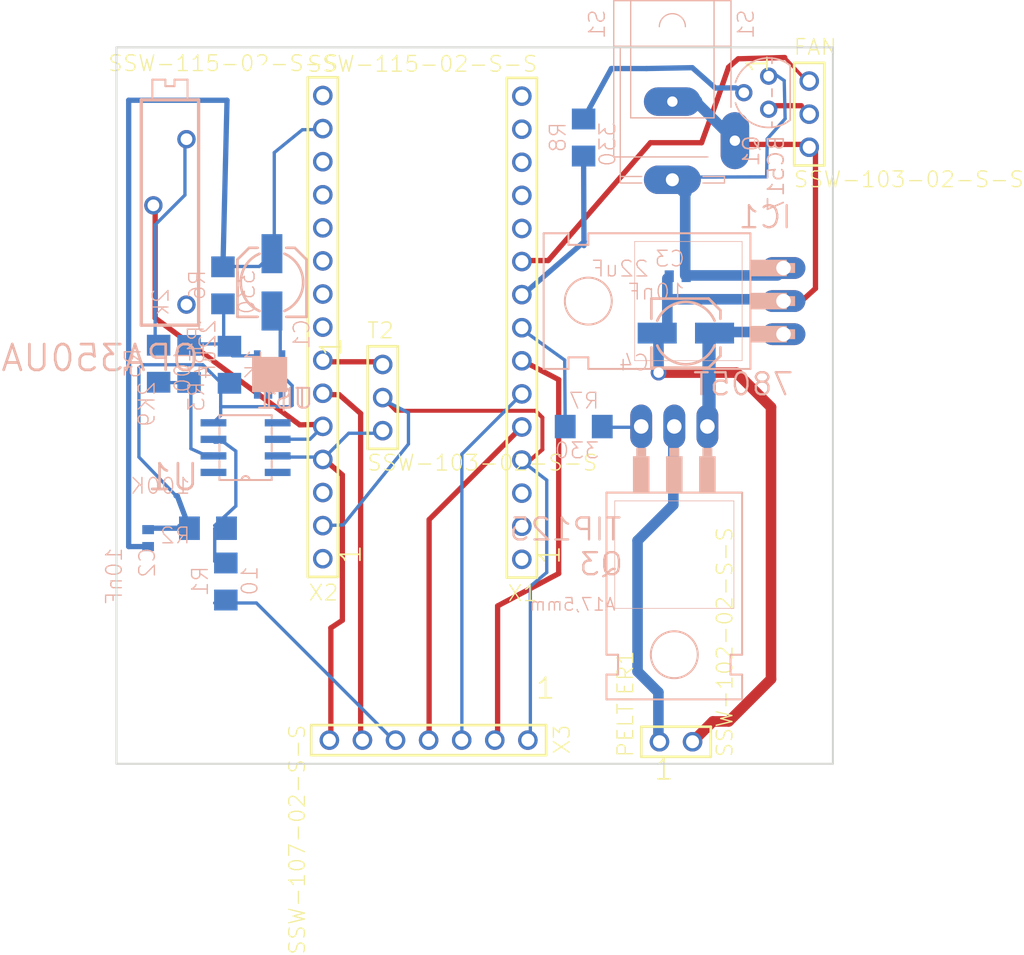
<source format=kicad_pcb>
(kicad_pcb (version 4) (host pcbnew 4.0.6+dfsg1-1)

  (general
    (links 47)
    (no_connects 0)
    (area 112.089474 73.668599 190.811437 147.313937)
    (thickness 1.6)
    (drawings 4)
    (tracks 230)
    (zones 0)
    (modules 29)
    (nets 26)
  )

  (page A4)
  (layers
    (0 Top signal)
    (31 Bottom signal)
    (32 B.Adhes user)
    (33 F.Adhes user)
    (34 B.Paste user)
    (35 F.Paste user)
    (36 B.SilkS user)
    (37 F.SilkS user)
    (38 B.Mask user)
    (39 F.Mask user)
    (40 Dwgs.User user)
    (41 Cmts.User user)
    (42 Eco1.User user)
    (43 Eco2.User user)
    (44 Edge.Cuts user)
    (45 Margin user)
    (46 B.CrtYd user)
    (47 F.CrtYd user)
    (48 B.Fab user)
    (49 F.Fab user)
  )

  (setup
    (last_trace_width 0.25)
    (trace_clearance 0.2)
    (zone_clearance 0.508)
    (zone_45_only no)
    (trace_min 0.2)
    (segment_width 0.2)
    (edge_width 0.15)
    (via_size 0.6)
    (via_drill 0.4)
    (via_min_size 0.4)
    (via_min_drill 0.3)
    (uvia_size 0.3)
    (uvia_drill 0.1)
    (uvias_allowed no)
    (uvia_min_size 0.2)
    (uvia_min_drill 0.1)
    (pcb_text_width 0.3)
    (pcb_text_size 1.5 1.5)
    (mod_edge_width 0.15)
    (mod_text_size 1 1)
    (mod_text_width 0.15)
    (pad_size 1.524 1.524)
    (pad_drill 0.762)
    (pad_to_mask_clearance 0.2)
    (aux_axis_origin 0 0)
    (visible_elements FFFFFF7F)
    (pcbplotparams
      (layerselection 0x00030_80000001)
      (usegerberextensions false)
      (excludeedgelayer true)
      (linewidth 0.100000)
      (plotframeref false)
      (viasonmask false)
      (mode 1)
      (useauxorigin false)
      (hpglpennumber 1)
      (hpglpenspeed 20)
      (hpglpendiameter 15)
      (hpglpenoverlay 2)
      (psnegative false)
      (psa4output false)
      (plotreference true)
      (plotvalue true)
      (plotinvisibletext false)
      (padsonsilk false)
      (subtractmaskfromsilk false)
      (outputformat 1)
      (mirror false)
      (drillshape 1)
      (scaleselection 1)
      (outputdirectory ""))
  )

  (net 0 "")
  (net 1 N$2)
  (net 2 N$3)
  (net 3 GND)
  (net 4 VCC)
  (net 5 N$6)
  (net 6 N$1)
  (net 7 N$7)
  (net 8 N$14)
  (net 9 N$17)
  (net 10 N$18)
  (net 11 N$19)
  (net 12 N$20)
  (net 13 N$10)
  (net 14 N$8)
  (net 15 N$9)
  (net 16 N$11)
  (net 17 N$13)
  (net 18 N$23)
  (net 19 N$16)
  (net 20 N$22)
  (net 21 N$25)
  (net 22 N$26)
  (net 23 N$24)
  (net 24 N$29)
  (net 25 N$30)

  (net_class Default "This is the default net class."
    (clearance 0.2)
    (trace_width 0.25)
    (via_dia 0.6)
    (via_drill 0.4)
    (uvia_dia 0.3)
    (uvia_drill 0.1)
    (add_net GND)
    (add_net N$1)
    (add_net N$10)
    (add_net N$11)
    (add_net N$13)
    (add_net N$14)
    (add_net N$16)
    (add_net N$17)
    (add_net N$18)
    (add_net N$19)
    (add_net N$2)
    (add_net N$20)
    (add_net N$22)
    (add_net N$23)
    (add_net N$24)
    (add_net N$25)
    (add_net N$26)
    (add_net N$29)
    (add_net N$3)
    (add_net N$30)
    (add_net N$6)
    (add_net N$7)
    (add_net N$8)
    (add_net N$9)
    (add_net VCC)
  )

  (module "" (layer Top) (tedit 0) (tstamp 0)
    (at 123.5011 130.3161)
    (fp_text reference @HOLE0 (at 0 0) (layer F.SilkS) hide
      (effects (font (thickness 0.15)))
    )
    (fp_text value "" (at 0 0) (layer F.SilkS)
      (effects (font (thickness 0.15)))
    )
    (pad "" np_thru_hole circle (at 0 0) (size 2 2) (drill 2) (layers *.Cu))
  )

  (module "" (layer Top) (tedit 0) (tstamp 0)
    (at 173.8136 130.3161)
    (fp_text reference @HOLE1 (at 0 0) (layer F.SilkS) hide
      (effects (font (thickness 0.15)))
    )
    (fp_text value "" (at 0 0) (layer F.SilkS)
      (effects (font (thickness 0.15)))
    )
    (pad "" np_thru_hole circle (at 0 0) (size 2 2) (drill 2) (layers *.Cu))
  )

  (module "" (layer Top) (tedit 0) (tstamp 0)
    (at 132.2511 79.8786)
    (fp_text reference @HOLE2 (at 0 0) (layer F.SilkS) hide
      (effects (font (thickness 0.15)))
    )
    (fp_text value "" (at 0 0) (layer F.SilkS)
      (effects (font (thickness 0.15)))
    )
    (pad "" np_thru_hole circle (at 0 0) (size 2 2) (drill 2) (layers *.Cu))
  )

  (module "" (layer Top) (tedit 0) (tstamp 0)
    (at 155.5011 79.8161)
    (fp_text reference @HOLE3 (at 0 0) (layer F.SilkS) hide
      (effects (font (thickness 0.15)))
    )
    (fp_text value "" (at 0 0) (layer F.SilkS)
      (effects (font (thickness 0.15)))
    )
    (pad "" np_thru_hole circle (at 0 0) (size 2 2) (drill 2) (layers *.Cu))
  )

  (module 153CLV-0505 (layer Bottom) (tedit 0) (tstamp 598062AA)
    (at 132.9386 95.5436 90)
    (descr "<b>Aluminum electrolytic capacitors</b><p>\nSMD (Chip) Long Life Vertical 153 CLV<p>\nhttp://www.bccomponents.com/")
    (fp_text reference C1 (at -2.74 2.98 90) (layer B.SilkS)
      (effects (font (size 1.2065 1.2065) (thickness 0.1016)) (justify left bottom mirror))
    )
    (fp_text value 22uF (at -2.775 -4.235 90) (layer B.SilkS)
      (effects (font (size 1.2065 1.2065) (thickness 0.1016)) (justify left bottom mirror))
    )
    (fp_line (start 1.75 -2.65) (end -2.65 -2.65) (layer B.SilkS) (width 0.2032))
    (fp_line (start -2.65 -2.65) (end -2.65 -1.1) (layer B.SilkS) (width 0.2032))
    (fp_line (start -2.65 -1.1) (end -2.65 1.1) (layer Dwgs.User) (width 0.2032))
    (fp_line (start -2.65 1.1) (end -2.65 2.65) (layer B.SilkS) (width 0.2032))
    (fp_line (start -2.65 2.65) (end 1.75 2.65) (layer B.SilkS) (width 0.2032))
    (fp_line (start 2.65 1.75) (end 2.65 1.1) (layer B.SilkS) (width 0.2032))
    (fp_line (start 2.65 1.1) (end 2.65 -1.1) (layer Dwgs.User) (width 0.2032))
    (fp_line (start 2.65 -1.1) (end 2.65 -1.75) (layer B.SilkS) (width 0.2032))
    (fp_line (start 2.65 -1.75) (end 1.75 -2.65) (layer B.SilkS) (width 0.2032))
    (fp_line (start 1.75 2.65) (end 2.65 1.75) (layer B.SilkS) (width 0.2032))
    (fp_arc (start 0 0) (end -2.2 -0.95) (angle 133.28887) (layer B.SilkS) (width 0.2032))
    (fp_arc (start 0 0) (end -2.2 -0.95) (angle -46.71113) (layer Dwgs.User) (width 0.2032))
    (fp_arc (start 0 0) (end -2.2 0.95) (angle -133.28887) (layer B.SilkS) (width 0.2032))
    (fp_arc (start 0 0) (end 2.2 -0.95) (angle 46.71113) (layer Dwgs.User) (width 0.2032))
    (pad + smd rect (at 2.2 0 90) (size 3 1.6) (layers Bottom B.Paste B.Mask)
      (net 12 N$20))
    (pad - smd rect (at -2.2 0 90) (size 3 1.6) (layers Bottom B.Paste B.Mask)
      (net 3 GND))
  )

  (module C0402 (layer Bottom) (tedit 0) (tstamp 598062BD)
    (at 123.4311 115.1786 90)
    (descr <b>CAPACITOR</b>)
    (fp_text reference C2 (at -0.635 0.635 90) (layer B.SilkS)
      (effects (font (size 1.2065 1.2065) (thickness 0.1016)) (justify left bottom mirror))
    )
    (fp_text value 10nF (at -0.635 -1.905 90) (layer B.SilkS)
      (effects (font (size 1.2065 1.2065) (thickness 0.1016)) (justify left bottom mirror))
    )
    (fp_line (start -0.245 0.224) (end 0.245 0.224) (layer Dwgs.User) (width 0.1524))
    (fp_line (start 0.245 -0.224) (end -0.245 -0.224) (layer Dwgs.User) (width 0.1524))
    (fp_poly (pts (xy -0.554 -0.3048) (xy -0.254 -0.3048) (xy -0.254 0.2951) (xy -0.554 0.2951)) (layer Dwgs.User) (width 0))
    (fp_poly (pts (xy 0.2588 -0.3048) (xy 0.5588 -0.3048) (xy 0.5588 0.2951) (xy 0.2588 0.2951)) (layer Dwgs.User) (width 0))
    (fp_poly (pts (xy -0.1999 -0.3) (xy 0.1999 -0.3) (xy 0.1999 0.3) (xy -0.1999 0.3)) (layer B.Adhes) (width 0))
    (pad 1 smd rect (at -0.65 0 90) (size 0.7 0.9) (layers Bottom B.Paste B.Mask)
      (net 12 N$20))
    (pad 2 smd rect (at 0.65 0 90) (size 0.7 0.9) (layers Bottom B.Paste B.Mask)
      (net 3 GND))
  )

  (module C0402 (layer Bottom) (tedit 0) (tstamp 598062C7)
    (at 164.0886 95.0736 180)
    (descr <b>CAPACITOR</b>)
    (fp_text reference C3 (at -0.635 0.635 180) (layer B.SilkS)
      (effects (font (size 1.2065 1.2065) (thickness 0.1016)) (justify left bottom mirror))
    )
    (fp_text value 10nF (at -0.635 -1.905 180) (layer B.SilkS)
      (effects (font (size 1.2065 1.2065) (thickness 0.1016)) (justify left bottom mirror))
    )
    (fp_line (start -0.245 0.224) (end 0.245 0.224) (layer Dwgs.User) (width 0.1524))
    (fp_line (start 0.245 -0.224) (end -0.245 -0.224) (layer Dwgs.User) (width 0.1524))
    (fp_poly (pts (xy -0.554 -0.3048) (xy -0.254 -0.3048) (xy -0.254 0.2951) (xy -0.554 0.2951)) (layer Dwgs.User) (width 0))
    (fp_poly (pts (xy 0.2588 -0.3048) (xy 0.5588 -0.3048) (xy 0.5588 0.2951) (xy 0.2588 0.2951)) (layer Dwgs.User) (width 0))
    (fp_poly (pts (xy -0.1999 -0.3) (xy 0.1999 -0.3) (xy 0.1999 0.3) (xy -0.1999 0.3)) (layer B.Adhes) (width 0))
    (pad 1 smd rect (at -0.65 0 180) (size 0.7 0.9) (layers Bottom B.Paste B.Mask)
      (net 14 N$8))
    (pad 2 smd rect (at 0.65 0 180) (size 0.7 0.9) (layers Bottom B.Paste B.Mask)
      (net 17 N$13))
  )

  (module 153CLV-0505 (layer Bottom) (tedit 0) (tstamp 598062D1)
    (at 164.7161 99.4411)
    (descr "<b>Aluminum electrolytic capacitors</b><p>\nSMD (Chip) Long Life Vertical 153 CLV<p>\nhttp://www.bccomponents.com/")
    (fp_text reference C4 (at -2.74 2.98) (layer B.SilkS)
      (effects (font (size 1.2065 1.2065) (thickness 0.1016)) (justify left bottom mirror))
    )
    (fp_text value 22uF (at -2.775 -4.235) (layer B.SilkS)
      (effects (font (size 1.2065 1.2065) (thickness 0.1016)) (justify left bottom mirror))
    )
    (fp_line (start 1.75 -2.65) (end -2.65 -2.65) (layer B.SilkS) (width 0.2032))
    (fp_line (start -2.65 -2.65) (end -2.65 -1.1) (layer B.SilkS) (width 0.2032))
    (fp_line (start -2.65 -1.1) (end -2.65 1.1) (layer Dwgs.User) (width 0.2032))
    (fp_line (start -2.65 1.1) (end -2.65 2.65) (layer B.SilkS) (width 0.2032))
    (fp_line (start -2.65 2.65) (end 1.75 2.65) (layer B.SilkS) (width 0.2032))
    (fp_line (start 2.65 1.75) (end 2.65 1.1) (layer B.SilkS) (width 0.2032))
    (fp_line (start 2.65 1.1) (end 2.65 -1.1) (layer Dwgs.User) (width 0.2032))
    (fp_line (start 2.65 -1.1) (end 2.65 -1.75) (layer B.SilkS) (width 0.2032))
    (fp_line (start 2.65 -1.75) (end 1.75 -2.65) (layer B.SilkS) (width 0.2032))
    (fp_line (start 1.75 2.65) (end 2.65 1.75) (layer B.SilkS) (width 0.2032))
    (fp_arc (start 0 0) (end -2.2 -0.95) (angle 133.28887) (layer B.SilkS) (width 0.2032))
    (fp_arc (start 0 0) (end -2.2 -0.95) (angle -46.71113) (layer Dwgs.User) (width 0.2032))
    (fp_arc (start 0 0) (end -2.2 0.95) (angle -133.28887) (layer B.SilkS) (width 0.2032))
    (fp_arc (start 0 0) (end 2.2 -0.95) (angle 46.71113) (layer Dwgs.User) (width 0.2032))
    (pad + smd rect (at 2.2 0) (size 3 1.6) (layers Bottom B.Paste B.Mask)
      (net 15 N$9))
    (pad - smd rect (at -2.2 0) (size 3 1.6) (layers Bottom B.Paste B.Mask)
      (net 17 N$13))
  )

  (module SSW-103-02-S-S (layer Top) (tedit 0) (tstamp 598062E4)
    (at 174.1861 82.6336 270)
    (descr "<b>THROUGH-HOLE .025\" SQ POST SOCKET</b><p>\nSource: Samtec SSW.pdf")
    (fp_text reference FAN (at -4.445 1.27 360) (layer F.SilkS)
      (effects (font (size 1.2065 1.2065) (thickness 0.1016)) (justify left bottom))
    )
    (fp_text value SSW-103-02-S-S (at 5.715 1.27 360) (layer F.SilkS)
      (effects (font (size 1.2065 1.2065) (thickness 0.1016)) (justify left bottom))
    )
    (fp_line (start -3.939 -1.155) (end 3.939 -1.155) (layer F.SilkS) (width 0.2032))
    (fp_line (start 3.939 -1.155) (end 3.939 1.155) (layer F.SilkS) (width 0.2032))
    (fp_line (start 3.939 1.155) (end -3.939 1.155) (layer F.SilkS) (width 0.2032))
    (fp_line (start -3.939 1.155) (end -3.939 -1.155) (layer F.SilkS) (width 0.2032))
    (fp_line (start -3.285 -0.755) (end -1.785 -0.755) (layer Dwgs.User) (width 0.2032))
    (fp_line (start -1.785 -0.755) (end -1.785 0.745) (layer Dwgs.User) (width 0.2032))
    (fp_line (start -1.785 0.745) (end -3.285 0.745) (layer Dwgs.User) (width 0.2032))
    (fp_line (start -3.285 0.745) (end -3.285 -0.755) (layer Dwgs.User) (width 0.2032))
    (fp_line (start -0.745 -0.755) (end 0.755 -0.755) (layer Dwgs.User) (width 0.2032))
    (fp_line (start 0.755 -0.755) (end 0.755 0.745) (layer Dwgs.User) (width 0.2032))
    (fp_line (start 0.755 0.745) (end -0.745 0.745) (layer Dwgs.User) (width 0.2032))
    (fp_line (start -0.745 0.745) (end -0.745 -0.755) (layer Dwgs.User) (width 0.2032))
    (fp_line (start 1.795 -0.755) (end 3.295 -0.755) (layer Dwgs.User) (width 0.2032))
    (fp_line (start 3.295 -0.755) (end 3.295 0.745) (layer Dwgs.User) (width 0.2032))
    (fp_line (start 3.295 0.745) (end 1.795 0.745) (layer Dwgs.User) (width 0.2032))
    (fp_line (start 1.795 0.745) (end 1.795 -0.755) (layer Dwgs.User) (width 0.2032))
    (fp_text user 1 (at -3.048 3.048 270) (layer F.SilkS)
      (effects (font (size 1.59258 1.59258) (thickness 0.134112)) (justify left bottom))
    )
    (pad 1 thru_hole circle (at -2.54 0 270) (size 1.5 1.5) (drill 1) (layers *.Cu *.Mask)
      (net 23 N$24))
    (pad 2 thru_hole circle (at 0 0 270) (size 1.5 1.5) (drill 1) (layers *.Cu *.Mask)
      (net 20 N$22))
    (pad 3 thru_hole circle (at 2.54 0 270) (size 1.5 1.5) (drill 1) (layers *.Cu *.Mask)
      (net 17 N$13))
  )

  (module TO220H (layer Bottom) (tedit 0) (tstamp 598062FB)
    (at 162.0511 96.9836 270)
    (descr <b>TO-220</b>)
    (fp_text reference IC1 (at -5.461 -10.922 540) (layer B.SilkS)
      (effects (font (size 1.6891 1.6891) (thickness 0.1778)) (justify left bottom mirror))
    )
    (fp_text value 7805T (at 7.366 -11.049 540) (layer B.SilkS)
      (effects (font (size 1.6891 1.6891) (thickness 0.1778)) (justify left bottom mirror))
    )
    (fp_line (start -5.207 -7.62) (end 5.207 -7.62) (layer B.SilkS) (width 0.1524))
    (fp_line (start 5.207 8.255) (end -5.207 8.255) (layer B.SilkS) (width 0.1524))
    (fp_line (start 5.207 -7.62) (end 5.207 4.826) (layer B.SilkS) (width 0.1524))
    (fp_line (start 5.207 4.826) (end 4.318 4.826) (layer B.SilkS) (width 0.1524))
    (fp_line (start 4.318 4.826) (end 4.318 6.35) (layer B.SilkS) (width 0.1524))
    (fp_line (start 4.318 6.35) (end 5.207 6.35) (layer B.SilkS) (width 0.1524))
    (fp_line (start 5.207 6.35) (end 5.207 8.255) (layer B.SilkS) (width 0.1524))
    (fp_line (start -5.207 -7.62) (end -5.207 4.826) (layer B.SilkS) (width 0.1524))
    (fp_line (start -5.207 4.826) (end -4.318 4.826) (layer B.SilkS) (width 0.1524))
    (fp_line (start -4.318 4.826) (end -4.318 6.35) (layer B.SilkS) (width 0.1524))
    (fp_line (start -4.318 6.35) (end -5.207 6.35) (layer B.SilkS) (width 0.1524))
    (fp_line (start -5.207 6.35) (end -5.207 8.255) (layer B.SilkS) (width 0.1524))
    (fp_line (start -4.572 -6.985) (end 4.572 -6.985) (layer B.SilkS) (width 0.0508))
    (fp_line (start 4.572 1.27) (end 4.572 -6.985) (layer B.SilkS) (width 0.0508))
    (fp_line (start 4.572 1.27) (end -4.572 1.27) (layer B.SilkS) (width 0.0508))
    (fp_line (start -4.572 -6.985) (end -4.572 1.27) (layer B.SilkS) (width 0.0508))
    (fp_circle (center 0 4.826) (end 1.8034 4.826) (layer B.SilkS) (width 0.1524))
    (fp_circle (center 0 4.826) (end 2.54 4.826) (layer Cmts.User) (width 0))
    (fp_circle (center 0 4.826) (end 2.54 4.826) (layer Cmts.User) (width 0))
    (fp_poly (pts (xy 2.159 -11.049) (xy 2.921 -11.049) (xy 2.921 -10.414) (xy 2.159 -10.414)) (layer B.SilkS) (width 0))
    (fp_poly (pts (xy -0.381 -11.049) (xy 0.381 -11.049) (xy 0.381 -10.414) (xy -0.381 -10.414)) (layer B.SilkS) (width 0))
    (fp_poly (pts (xy -2.921 -11.049) (xy -2.159 -11.049) (xy -2.159 -10.414) (xy -2.921 -10.414)) (layer B.SilkS) (width 0))
    (fp_poly (pts (xy -3.175 -10.414) (xy -1.905 -10.414) (xy -1.905 -7.62) (xy -3.175 -7.62)) (layer B.SilkS) (width 0))
    (fp_poly (pts (xy -0.635 -10.414) (xy 0.635 -10.414) (xy 0.635 -7.62) (xy -0.635 -7.62)) (layer B.SilkS) (width 0))
    (fp_poly (pts (xy 1.905 -10.414) (xy 3.175 -10.414) (xy 3.175 -7.62) (xy 1.905 -7.62)) (layer B.SilkS) (width 0))
    (pad 1 thru_hole oval (at -2.54 -10.16 180) (size 3.3528 1.6764) (drill 1.1176) (layers *.Cu *.Mask)
      (net 14 N$8))
    (pad 2 thru_hole oval (at 0 -10.16 180) (size 3.3528 1.6764) (drill 1.1176) (layers *.Cu *.Mask)
      (net 17 N$13))
    (pad 3 thru_hole oval (at 2.54 -10.16 180) (size 3.3528 1.6764) (drill 1.1176) (layers *.Cu *.Mask)
      (net 15 N$9))
    (pad "" np_thru_hole circle (at 0 4.826 270) (size 3.302 3.302) (drill 3.302) (layers *.Cu))
  )

  (module RTRIM43P (layer Bottom) (tedit 0) (tstamp 5980631B)
    (at 125.1061 89.6336 90)
    (descr "<b>Trimm resistor</b> Spectrol<p>\nwaschfest MIL-R-22097")
    (fp_text reference P1 (at -9.15 2.7 90) (layer B.SilkS)
      (effects (font (size 1.2065 1.2065) (thickness 0.1016)) (justify left bottom mirror))
    )
    (fp_text value 2k (at -6.3 0 90) (layer B.SilkS)
      (effects (font (size 1.2065 1.2065) (thickness 0.1016)) (justify left bottom mirror))
    )
    (fp_line (start -9.2 2.2) (end -9.2 -2.2) (layer B.SilkS) (width 0.254))
    (fp_line (start -9.2 -2.2) (end 8.1 -2.2) (layer B.SilkS) (width 0.254))
    (fp_line (start 8.1 -2.2) (end 8.1 2.2) (layer B.SilkS) (width 0.254))
    (fp_line (start 8.1 2.2) (end -9.2 2.2) (layer B.SilkS) (width 0.254))
    (fp_line (start 8.2 1.35) (end 9.65 1.35) (layer B.SilkS) (width 0.1524))
    (fp_line (start 9.65 1.35) (end 9.65 0.35) (layer B.SilkS) (width 0.1524))
    (fp_line (start 9.65 0.35) (end 9.15 0.35) (layer B.SilkS) (width 0.1524))
    (fp_line (start 9.15 0.35) (end 9.15 -0.35) (layer B.SilkS) (width 0.1524))
    (fp_line (start 9.15 -0.35) (end 9.65 -0.35) (layer B.SilkS) (width 0.1524))
    (fp_line (start 9.65 -0.35) (end 9.65 -1.35) (layer B.SilkS) (width 0.1524))
    (fp_line (start 9.65 -1.35) (end 8.2 -1.35) (layer B.SilkS) (width 0.1524))
    (pad 1 thru_hole circle (at -7.62 1.27 90) (size 1.408 1.408) (drill 0.9) (layers *.Cu *.Mask))
    (pad 2 thru_hole circle (at 0 -1.27 90) (size 1.408 1.408) (drill 0.9) (layers *.Cu *.Mask)
      (net 7 N$7))
    (pad 3 thru_hole circle (at 5.08 1.27 90) (size 1.408 1.408) (drill 0.9) (layers *.Cu *.Mask)
      (net 6 N$1))
  )

  (module SSW-102-02-S-S (layer Top) (tedit 0) (tstamp 5980632C)
    (at 163.9586 130.8136)
    (descr "<b>THROUGH-HOLE .025\" SQ POST SOCKET</b><p>\nSource: Samtec SSW.pdf")
    (fp_text reference PELTIER1 (at -3.175 1.27 90) (layer F.SilkS)
      (effects (font (size 1.2065 1.2065) (thickness 0.1016)) (justify left bottom))
    )
    (fp_text value SSW-102-02-S-S (at 4.445 1.27 90) (layer F.SilkS)
      (effects (font (size 1.2065 1.2065) (thickness 0.1016)) (justify left bottom))
    )
    (fp_line (start -2.669 -1.155) (end 2.669 -1.155) (layer F.SilkS) (width 0.2032))
    (fp_line (start 2.669 -1.155) (end 2.669 1.155) (layer F.SilkS) (width 0.2032))
    (fp_line (start 2.669 1.155) (end -2.669 1.155) (layer F.SilkS) (width 0.2032))
    (fp_line (start -2.669 1.155) (end -2.669 -1.155) (layer F.SilkS) (width 0.2032))
    (fp_line (start -2.015 -0.755) (end -0.515 -0.755) (layer Dwgs.User) (width 0.2032))
    (fp_line (start -0.515 -0.755) (end -0.515 0.745) (layer Dwgs.User) (width 0.2032))
    (fp_line (start -0.515 0.745) (end -2.015 0.745) (layer Dwgs.User) (width 0.2032))
    (fp_line (start -2.015 0.745) (end -2.015 -0.755) (layer Dwgs.User) (width 0.2032))
    (fp_line (start 0.525 -0.755) (end 2.025 -0.755) (layer Dwgs.User) (width 0.2032))
    (fp_line (start 2.025 -0.755) (end 2.025 0.745) (layer Dwgs.User) (width 0.2032))
    (fp_line (start 2.025 0.745) (end 0.525 0.745) (layer Dwgs.User) (width 0.2032))
    (fp_line (start 0.525 0.745) (end 0.525 -0.755) (layer Dwgs.User) (width 0.2032))
    (fp_text user 1 (at -1.778 3.048) (layer F.SilkS)
      (effects (font (size 1.59258 1.59258) (thickness 0.134112)) (justify left bottom))
    )
    (pad 1 thru_hole circle (at -1.27 0) (size 1.5 1.5) (drill 1) (layers *.Cu *.Mask)
      (net 16 N$11))
    (pad 2 thru_hole circle (at 1.27 0) (size 1.5 1.5) (drill 1) (layers *.Cu *.Mask)
      (net 17 N$13))
  )

  (module TO92 (layer Bottom) (tedit 0) (tstamp 5980633E)
    (at 171.0711 80.9861 270)
    (descr "<b>TO 92</b>")
    (fp_text reference Q1 (at 3.175 0.635 270) (layer B.SilkS)
      (effects (font (size 1.2065 1.2065) (thickness 0.127)) (justify left bottom mirror))
    )
    (fp_text value BC517 (at 3.175 -1.27 270) (layer B.SilkS)
      (effects (font (size 1.2065 1.2065) (thickness 0.127)) (justify left bottom mirror))
    )
    (fp_arc (start 0.000003 -0.000048) (end -2.0946 -1.651) (angle -32.781) (layer B.SilkS) (width 0.127))
    (fp_arc (start 0 0.00002) (end -2.6549 -0.254) (angle -78.3185) (layer B.SilkS) (width 0.127))
    (fp_arc (start 0.000012 -0.00001) (end 0.7863 2.5484) (angle -111.1) (layer B.SilkS) (width 0.127))
    (fp_line (start -2.0945 -1.651) (end 2.0945 -1.651) (layer B.SilkS) (width 0.127))
    (fp_line (start -2.2537 -0.254) (end -0.2863 -0.254) (layer Dwgs.User) (width 0.127))
    (fp_line (start -2.6549 -0.254) (end -2.2537 -0.254) (layer B.SilkS) (width 0.127))
    (fp_line (start -0.2863 -0.254) (end 0.2863 -0.254) (layer B.SilkS) (width 0.127))
    (fp_line (start 2.2537 -0.254) (end 2.6549 -0.254) (layer B.SilkS) (width 0.127))
    (fp_line (start 0.2863 -0.254) (end 2.2537 -0.254) (layer Dwgs.User) (width 0.127))
    (fp_arc (start 0 0) (end -0.7863 2.5485) (angle -34.2936) (layer Dwgs.User) (width 0.127))
    (fp_text user 2 (at -0.635 0.635 270) (layer Dwgs.User)
      (effects (font (size 1.2065 1.2065) (thickness 0.127)) (justify left bottom))
    )
    (fp_text user 3 (at -2.159 0 270) (layer Dwgs.User)
      (effects (font (size 1.2065 1.2065) (thickness 0.127)) (justify left bottom))
    )
    (fp_text user 1 (at 1.143 0 270) (layer Dwgs.User)
      (effects (font (size 1.2065 1.2065) (thickness 0.127)) (justify left bottom))
    )
    (pad 1 thru_hole circle (at 1.27 0 270) (size 1.3208 1.3208) (drill 0.8128) (layers *.Cu *.Mask)
      (net 20 N$22))
    (pad 2 thru_hole circle (at 0 1.905 270) (size 1.3208 1.3208) (drill 0.8128) (layers *.Cu *.Mask)
      (net 21 N$25))
    (pad 3 thru_hole circle (at -1.27 0 270) (size 1.3208 1.3208) (drill 0.8128) (layers *.Cu *.Mask)
      (net 14 N$8))
  )

  (module TO220 (layer Bottom) (tedit 0) (tstamp 59806351)
    (at 163.8261 112.9561)
    (descr "<b>TO-220</b><p>\ngrid 2.54 mm, horinzontal")
    (fp_text reference Q3 (at -3.81 5.207) (layer B.SilkS)
      (effects (font (size 1.6891 1.6891) (thickness 0.1778)) (justify left bottom mirror))
    )
    (fp_text value TIP125 (at -3.937 2.54) (layer B.SilkS)
      (effects (font (size 1.6891 1.6891) (thickness 0.1778)) (justify left bottom mirror))
    )
    (fp_line (start -5.207 -1.27) (end 5.207 -1.27) (layer B.SilkS) (width 0.1524))
    (fp_line (start 5.207 14.605) (end -5.207 14.605) (layer B.SilkS) (width 0.1524))
    (fp_line (start 5.207 -1.27) (end 5.207 11.176) (layer B.SilkS) (width 0.1524))
    (fp_line (start 5.207 11.176) (end 4.318 11.176) (layer B.SilkS) (width 0.1524))
    (fp_line (start 4.318 11.176) (end 4.318 12.7) (layer B.SilkS) (width 0.1524))
    (fp_line (start 4.318 12.7) (end 5.207 12.7) (layer B.SilkS) (width 0.1524))
    (fp_line (start 5.207 12.7) (end 5.207 14.605) (layer B.SilkS) (width 0.1524))
    (fp_line (start -5.207 -1.27) (end -5.207 11.176) (layer B.SilkS) (width 0.1524))
    (fp_line (start -5.207 11.176) (end -4.318 11.176) (layer B.SilkS) (width 0.1524))
    (fp_line (start -4.318 11.176) (end -4.318 12.7) (layer B.SilkS) (width 0.1524))
    (fp_line (start -4.318 12.7) (end -5.207 12.7) (layer B.SilkS) (width 0.1524))
    (fp_line (start -5.207 12.7) (end -5.207 14.605) (layer B.SilkS) (width 0.1524))
    (fp_line (start -4.572 -0.635) (end 4.572 -0.635) (layer B.SilkS) (width 0.0508))
    (fp_line (start 4.572 7.62) (end 4.572 -0.635) (layer B.SilkS) (width 0.0508))
    (fp_line (start 4.572 7.62) (end -4.572 7.62) (layer B.SilkS) (width 0.0508))
    (fp_line (start -4.572 -0.635) (end -4.572 7.62) (layer B.SilkS) (width 0.0508))
    (fp_circle (center 0 11.176) (end 1.8034 11.176) (layer B.SilkS) (width 0.1524))
    (fp_circle (center 0 11.176) (end 4.191 11.176) (layer Cmts.User) (width 0))
    (fp_circle (center 0 11.176) (end 4.191 11.176) (layer Cmts.User) (width 0))
    (fp_text user A17,5mm (at -4.445 7.874) (layer B.SilkS)
      (effects (font (size 0.9652 0.9652) (thickness 0.1016)) (justify left bottom mirror))
    )
    (fp_text user 1 (at -3.175 0) (layer Dwgs.User)
      (effects (font (size 1.2065 1.2065) (thickness 0.127)) (justify left bottom))
    )
    (fp_text user 2 (at -0.635 0) (layer Dwgs.User)
      (effects (font (size 1.2065 1.2065) (thickness 0.127)) (justify left bottom))
    )
    (fp_text user 3 (at 1.905 0) (layer Dwgs.User)
      (effects (font (size 1.2065 1.2065) (thickness 0.127)) (justify left bottom))
    )
    (fp_poly (pts (xy 2.159 -4.699) (xy 2.921 -4.699) (xy 2.921 -4.064) (xy 2.159 -4.064)) (layer B.SilkS) (width 0))
    (fp_poly (pts (xy -0.381 -4.699) (xy 0.381 -4.699) (xy 0.381 -4.064) (xy -0.381 -4.064)) (layer B.SilkS) (width 0))
    (fp_poly (pts (xy -2.921 -4.699) (xy -2.159 -4.699) (xy -2.159 -4.064) (xy -2.921 -4.064)) (layer B.SilkS) (width 0))
    (fp_poly (pts (xy -3.175 -4.064) (xy -1.905 -4.064) (xy -1.905 -1.27) (xy -3.175 -1.27)) (layer B.SilkS) (width 0))
    (fp_poly (pts (xy -0.635 -4.064) (xy 0.635 -4.064) (xy 0.635 -1.27) (xy -0.635 -1.27)) (layer B.SilkS) (width 0))
    (fp_poly (pts (xy 1.905 -4.064) (xy 3.175 -4.064) (xy 3.175 -1.27) (xy 1.905 -1.27)) (layer B.SilkS) (width 0))
    (fp_poly (pts (xy -2.921 -6.604) (xy -2.159 -6.604) (xy -2.159 -4.699) (xy -2.921 -4.699)) (layer Dwgs.User) (width 0))
    (fp_poly (pts (xy -0.381 -6.604) (xy 0.381 -6.604) (xy 0.381 -4.699) (xy -0.381 -4.699)) (layer Dwgs.User) (width 0))
    (fp_poly (pts (xy 2.159 -6.604) (xy 2.921 -6.604) (xy 2.921 -4.699) (xy 2.159 -4.699)) (layer Dwgs.User) (width 0))
    (pad 1 thru_hole oval (at -2.54 -6.35 270) (size 3.3528 1.6764) (drill 1.1176) (layers *.Cu *.Mask)
      (net 19 N$16))
    (pad 2 thru_hole oval (at 0 -6.35 270) (size 3.3528 1.6764) (drill 1.1176) (layers *.Cu *.Mask)
      (net 16 N$11))
    (pad 3 thru_hole oval (at 2.54 -6.35 270) (size 3.3528 1.6764) (drill 1.1176) (layers *.Cu *.Mask)
      (net 15 N$9))
    (pad "" np_thru_hole circle (at 0 11.176) (size 3.302 3.302) (drill 3.302) (layers *.Cu))
  )

  (module R1206 (layer Bottom) (tedit 0) (tstamp 59806378)
    (at 129.3961 118.5111 270)
    (descr <b>RESISTOR</b>)
    (fp_text reference R1 (at -1.27 1.27 270) (layer B.SilkS)
      (effects (font (size 1.2065 1.2065) (thickness 0.1016)) (justify left bottom mirror))
    )
    (fp_text value 10 (at -1.27 -2.54 270) (layer B.SilkS)
      (effects (font (size 1.2065 1.2065) (thickness 0.1016)) (justify left bottom mirror))
    )
    (fp_line (start 0.9525 -0.8128) (end -0.9652 -0.8128) (layer Dwgs.User) (width 0.1524))
    (fp_line (start 0.9525 0.8128) (end -0.9652 0.8128) (layer Dwgs.User) (width 0.1524))
    (fp_poly (pts (xy -1.6891 -0.8763) (xy -0.9525 -0.8763) (xy -0.9525 0.8763) (xy -1.6891 0.8763)) (layer Dwgs.User) (width 0))
    (fp_poly (pts (xy 0.9525 -0.8763) (xy 1.6891 -0.8763) (xy 1.6891 0.8763) (xy 0.9525 0.8763)) (layer Dwgs.User) (width 0))
    (fp_poly (pts (xy -0.3 -0.7) (xy 0.3 -0.7) (xy 0.3 0.7) (xy -0.3 0.7)) (layer B.Adhes) (width 0))
    (pad 1 smd rect (at -1.422 0 270) (size 1.6 1.803) (layers Bottom B.Paste B.Mask)
      (net 2 N$3))
    (pad 2 smd rect (at 1.422 0 270) (size 1.6 1.803) (layers Bottom B.Paste B.Mask)
      (net 13 N$10))
  )

  (module R1206 (layer Bottom) (tedit 0) (tstamp 59806382)
    (at 128.0261 114.4211)
    (descr <b>RESISTOR</b>)
    (fp_text reference R2 (at -1.27 1.27) (layer B.SilkS)
      (effects (font (size 1.2065 1.2065) (thickness 0.1016)) (justify left bottom mirror))
    )
    (fp_text value 100K (at -1.27 -2.54) (layer B.SilkS)
      (effects (font (size 1.2065 1.2065) (thickness 0.1016)) (justify left bottom mirror))
    )
    (fp_line (start 0.9525 -0.8128) (end -0.9652 -0.8128) (layer Dwgs.User) (width 0.1524))
    (fp_line (start 0.9525 0.8128) (end -0.9652 0.8128) (layer Dwgs.User) (width 0.1524))
    (fp_poly (pts (xy -1.6891 -0.8763) (xy -0.9525 -0.8763) (xy -0.9525 0.8763) (xy -1.6891 0.8763)) (layer Dwgs.User) (width 0))
    (fp_poly (pts (xy 0.9525 -0.8763) (xy 1.6891 -0.8763) (xy 1.6891 0.8763) (xy 0.9525 0.8763)) (layer Dwgs.User) (width 0))
    (fp_poly (pts (xy -0.3 -0.7) (xy 0.3 -0.7) (xy 0.3 0.7) (xy -0.3 0.7)) (layer B.Adhes) (width 0))
    (pad 1 smd rect (at -1.422 0) (size 1.6 1.803) (layers Bottom B.Paste B.Mask)
      (net 3 GND))
    (pad 2 smd rect (at 1.422 0) (size 1.6 1.803) (layers Bottom B.Paste B.Mask)
      (net 2 N$3))
  )

  (module R1206 (layer Bottom) (tedit 0) (tstamp 5980638C)
    (at 126.5761 101.8061 90)
    (descr <b>RESISTOR</b>)
    (fp_text reference R3 (at -1.27 1.27 90) (layer B.SilkS)
      (effects (font (size 1.2065 1.2065) (thickness 0.1016)) (justify left bottom mirror))
    )
    (fp_text value 2K9 (at -1.27 -2.54 90) (layer B.SilkS)
      (effects (font (size 1.2065 1.2065) (thickness 0.1016)) (justify left bottom mirror))
    )
    (fp_line (start 0.9525 -0.8128) (end -0.9652 -0.8128) (layer Dwgs.User) (width 0.1524))
    (fp_line (start 0.9525 0.8128) (end -0.9652 0.8128) (layer Dwgs.User) (width 0.1524))
    (fp_poly (pts (xy -1.6891 -0.8763) (xy -0.9525 -0.8763) (xy -0.9525 0.8763) (xy -1.6891 0.8763)) (layer Dwgs.User) (width 0))
    (fp_poly (pts (xy 0.9525 -0.8763) (xy 1.6891 -0.8763) (xy 1.6891 0.8763) (xy 0.9525 0.8763)) (layer Dwgs.User) (width 0))
    (fp_poly (pts (xy -0.3 -0.7) (xy 0.3 -0.7) (xy 0.3 0.7) (xy -0.3 0.7)) (layer B.Adhes) (width 0))
    (pad 1 smd rect (at -1.422 0 90) (size 1.6 1.803) (layers Bottom B.Paste B.Mask)
      (net 1 N$2))
    (pad 2 smd rect (at 1.422 0 90) (size 1.6 1.803) (layers Bottom B.Paste B.Mask)
      (net 5 N$6))
  )

  (module R1206 (layer Bottom) (tedit 0) (tstamp 59806396)
    (at 129.6761 101.8711 270)
    (descr <b>RESISTOR</b>)
    (fp_text reference R4 (at -1.27 1.27 270) (layer B.SilkS)
      (effects (font (size 1.2065 1.2065) (thickness 0.1016)) (justify left bottom mirror))
    )
    (fp_text value 1K (at -1.27 -2.54 270) (layer B.SilkS)
      (effects (font (size 1.2065 1.2065) (thickness 0.1016)) (justify left bottom mirror))
    )
    (fp_line (start 0.9525 -0.8128) (end -0.9652 -0.8128) (layer Dwgs.User) (width 0.1524))
    (fp_line (start 0.9525 0.8128) (end -0.9652 0.8128) (layer Dwgs.User) (width 0.1524))
    (fp_poly (pts (xy -1.6891 -0.8763) (xy -0.9525 -0.8763) (xy -0.9525 0.8763) (xy -1.6891 0.8763)) (layer Dwgs.User) (width 0))
    (fp_poly (pts (xy 0.9525 -0.8763) (xy 1.6891 -0.8763) (xy 1.6891 0.8763) (xy 0.9525 0.8763)) (layer Dwgs.User) (width 0))
    (fp_poly (pts (xy -0.3 -0.7) (xy 0.3 -0.7) (xy 0.3 0.7) (xy -0.3 0.7)) (layer B.Adhes) (width 0))
    (pad 1 smd rect (at -1.422 0 270) (size 1.6 1.803) (layers Bottom B.Paste B.Mask)
      (net 5 N$6))
    (pad 2 smd rect (at 1.422 0 270) (size 1.6 1.803) (layers Bottom B.Paste B.Mask)
      (net 3 GND))
  )

  (module R1206 (layer Bottom) (tedit 0) (tstamp 598063A0)
    (at 124.2386 101.7911 270)
    (descr <b>RESISTOR</b>)
    (fp_text reference R5 (at -1.27 1.27 270) (layer B.SilkS)
      (effects (font (size 1.2065 1.2065) (thickness 0.1016)) (justify left bottom mirror))
    )
    (fp_text value 100 (at -1.27 -2.54 270) (layer B.SilkS)
      (effects (font (size 1.2065 1.2065) (thickness 0.1016)) (justify left bottom mirror))
    )
    (fp_line (start 0.9525 -0.8128) (end -0.9652 -0.8128) (layer Dwgs.User) (width 0.1524))
    (fp_line (start 0.9525 0.8128) (end -0.9652 0.8128) (layer Dwgs.User) (width 0.1524))
    (fp_poly (pts (xy -1.6891 -0.8763) (xy -0.9525 -0.8763) (xy -0.9525 0.8763) (xy -1.6891 0.8763)) (layer Dwgs.User) (width 0))
    (fp_poly (pts (xy 0.9525 -0.8763) (xy 1.6891 -0.8763) (xy 1.6891 0.8763) (xy 0.9525 0.8763)) (layer Dwgs.User) (width 0))
    (fp_poly (pts (xy -0.3 -0.7) (xy 0.3 -0.7) (xy 0.3 0.7) (xy -0.3 0.7)) (layer B.Adhes) (width 0))
    (pad 1 smd rect (at -1.422 0 270) (size 1.6 1.803) (layers Bottom B.Paste B.Mask)
      (net 6 N$1))
    (pad 2 smd rect (at 1.422 0 270) (size 1.6 1.803) (layers Bottom B.Paste B.Mask)
      (net 1 N$2))
  )

  (module R1206 (layer Bottom) (tedit 0) (tstamp 598063AA)
    (at 129.1761 95.7736 270)
    (descr <b>RESISTOR</b>)
    (fp_text reference R6 (at -1.27 1.27 270) (layer B.SilkS)
      (effects (font (size 1.2065 1.2065) (thickness 0.1016)) (justify left bottom mirror))
    )
    (fp_text value 330 (at -1.27 -2.54 270) (layer B.SilkS)
      (effects (font (size 1.2065 1.2065) (thickness 0.1016)) (justify left bottom mirror))
    )
    (fp_line (start 0.9525 -0.8128) (end -0.9652 -0.8128) (layer Dwgs.User) (width 0.1524))
    (fp_line (start 0.9525 0.8128) (end -0.9652 0.8128) (layer Dwgs.User) (width 0.1524))
    (fp_poly (pts (xy -1.6891 -0.8763) (xy -0.9525 -0.8763) (xy -0.9525 0.8763) (xy -1.6891 0.8763)) (layer Dwgs.User) (width 0))
    (fp_poly (pts (xy 0.9525 -0.8763) (xy 1.6891 -0.8763) (xy 1.6891 0.8763) (xy 0.9525 0.8763)) (layer Dwgs.User) (width 0))
    (fp_poly (pts (xy -0.3 -0.7) (xy 0.3 -0.7) (xy 0.3 0.7) (xy -0.3 0.7)) (layer B.Adhes) (width 0))
    (pad 1 smd rect (at -1.422 0 270) (size 1.6 1.803) (layers Bottom B.Paste B.Mask)
      (net 12 N$20))
    (pad 2 smd rect (at 1.422 0 270) (size 1.6 1.803) (layers Bottom B.Paste B.Mask)
      (net 5 N$6))
  )

  (module R1206 (layer Bottom) (tedit 0) (tstamp 598063B4)
    (at 156.8736 106.6161 180)
    (descr <b>RESISTOR</b>)
    (fp_text reference R7 (at -1.27 1.27 180) (layer B.SilkS)
      (effects (font (size 1.2065 1.2065) (thickness 0.1016)) (justify left bottom mirror))
    )
    (fp_text value 330 (at -1.27 -2.54 180) (layer B.SilkS)
      (effects (font (size 1.2065 1.2065) (thickness 0.1016)) (justify left bottom mirror))
    )
    (fp_line (start 0.9525 -0.8128) (end -0.9652 -0.8128) (layer Dwgs.User) (width 0.1524))
    (fp_line (start 0.9525 0.8128) (end -0.9652 0.8128) (layer Dwgs.User) (width 0.1524))
    (fp_poly (pts (xy -1.6891 -0.8763) (xy -0.9525 -0.8763) (xy -0.9525 0.8763) (xy -1.6891 0.8763)) (layer Dwgs.User) (width 0))
    (fp_poly (pts (xy 0.9525 -0.8763) (xy 1.6891 -0.8763) (xy 1.6891 0.8763) (xy 0.9525 0.8763)) (layer Dwgs.User) (width 0))
    (fp_poly (pts (xy -0.3 -0.7) (xy 0.3 -0.7) (xy 0.3 0.7) (xy -0.3 0.7)) (layer B.Adhes) (width 0))
    (pad 1 smd rect (at -1.422 0 180) (size 1.6 1.803) (layers Bottom B.Paste B.Mask)
      (net 19 N$16))
    (pad 2 smd rect (at 1.422 0 180) (size 1.6 1.803) (layers Bottom B.Paste B.Mask)
      (net 18 N$23))
  )

  (module R1206 (layer Bottom) (tedit 0) (tstamp 598063BE)
    (at 156.8636 84.4261 270)
    (descr <b>RESISTOR</b>)
    (fp_text reference R8 (at -1.27 1.27 270) (layer B.SilkS)
      (effects (font (size 1.2065 1.2065) (thickness 0.1016)) (justify left bottom mirror))
    )
    (fp_text value 330 (at -1.27 -2.54 270) (layer B.SilkS)
      (effects (font (size 1.2065 1.2065) (thickness 0.1016)) (justify left bottom mirror))
    )
    (fp_line (start 0.9525 -0.8128) (end -0.9652 -0.8128) (layer Dwgs.User) (width 0.1524))
    (fp_line (start 0.9525 0.8128) (end -0.9652 0.8128) (layer Dwgs.User) (width 0.1524))
    (fp_poly (pts (xy -1.6891 -0.8763) (xy -0.9525 -0.8763) (xy -0.9525 0.8763) (xy -1.6891 0.8763)) (layer Dwgs.User) (width 0))
    (fp_poly (pts (xy 0.9525 -0.8763) (xy 1.6891 -0.8763) (xy 1.6891 0.8763) (xy 0.9525 0.8763)) (layer Dwgs.User) (width 0))
    (fp_poly (pts (xy -0.3 -0.7) (xy 0.3 -0.7) (xy 0.3 0.7) (xy -0.3 0.7)) (layer B.Adhes) (width 0))
    (pad 1 smd rect (at -1.422 0 270) (size 1.6 1.803) (layers Bottom B.Paste B.Mask)
      (net 21 N$25))
    (pad 2 smd rect (at 1.422 0 270) (size 1.6 1.803) (layers Bottom B.Paste B.Mask)
      (net 22 N$26))
  )

  (module SPC4077 (layer Bottom) (tedit 0) (tstamp 598063C8)
    (at 163.6786 84.6686 270)
    (descr "<b>DC POWER JACK 2mm</b><br> Right Angle, Through Hole, Rated 5A at 16VDC, PC Terminals<p>\nSource: www.spctechnology.com .. 84N1161.pdf<br>\nDistributor: <b>Farnell (www.Farnell.de)</b><br>\nCreated by Robert Siegler")
    (fp_text reference S1 (at -10.16 5.08 270) (layer B.SilkS)
      (effects (font (size 1.2065 1.2065) (thickness 0.1016)) (justify left bottom mirror))
    )
    (fp_text value S1 (at -10.16 -6.35 270) (layer B.SilkS)
      (effects (font (size 1.2065 1.2065) (thickness 0.1016)) (justify left bottom mirror))
    )
    (fp_line (start -10.75 -4.5) (end -10.75 -3.2) (layer B.SilkS) (width 0.1))
    (fp_line (start -10.75 -3.2) (end -10.75 3.2) (layer B.SilkS) (width 0.1))
    (fp_line (start -10.75 3.2) (end -10.75 4.5) (layer B.SilkS) (width 0.1))
    (fp_line (start -7.25 -4.5) (end -7.25 4) (layer B.SilkS) (width 0.1))
    (fp_line (start -7.25 4) (end -7.25 4.5) (layer B.SilkS) (width 0.1))
    (fp_line (start -7.25 -4) (end 1.25 -4) (layer Dwgs.User) (width 0.1))
    (fp_line (start -7.25 4) (end 1.25 4) (layer B.SilkS) (width 0.1))
    (fp_line (start 1.25 -4) (end 1.25 4) (layer Dwgs.User) (width 0.1))
    (fp_line (start 1.25 -4.5) (end 1.25 -4) (layer Dwgs.User) (width 0.1))
    (fp_line (start 1.25 4) (end 1.25 4.5) (layer B.SilkS) (width 0.1))
    (fp_line (start -10.75 4.5) (end 1.25 4.5) (layer B.SilkS) (width 0.1))
    (fp_line (start -10.75 -4.5) (end 1.25 -4.5) (layer Dwgs.User) (width 0.1))
    (fp_line (start 1.25 -4) (end 2.75 -4) (layer Dwgs.User) (width 0.1))
    (fp_line (start 2.75 -4) (end 3.25 -4) (layer Dwgs.User) (width 0.1))
    (fp_line (start 1.25 4) (end 2.75 4) (layer B.SilkS) (width 0.1))
    (fp_line (start 2.75 4) (end 3.25 4) (layer B.SilkS) (width 0.1))
    (fp_line (start 3.25 -4) (end 3.25 4) (layer Dwgs.User) (width 0.1))
    (fp_line (start 2.75 -4) (end 2.75 4) (layer Dwgs.User) (width 0.1))
    (fp_line (start -10.75 3.2) (end -1.75 3.2) (layer B.SilkS) (width 0.1))
    (fp_line (start -10.75 -3.2) (end -1.75 -3.2) (layer B.SilkS) (width 0.1))
    (fp_line (start -1.75 -3.2) (end -1.75 -1) (layer B.SilkS) (width 0.1))
    (fp_line (start -1.75 -1) (end -1.75 1) (layer B.SilkS) (width 0.1))
    (fp_line (start -1.75 1) (end -1.75 3.2) (layer B.SilkS) (width 0.1))
    (fp_line (start -8.75 -1) (end -1.75 -1) (layer Dwgs.User) (width 0.1))
    (fp_line (start -8.75 1) (end -1.75 1) (layer Dwgs.User) (width 0.1))
    (fp_arc (start -8.75 0) (end -8.75 -1) (angle -180) (layer B.SilkS) (width 0.1))
    (fp_line (start -10.75 -4.5) (end -2.56 -4.5) (layer B.SilkS) (width 0.1))
    (fp_line (start 2.75 -4) (end 3.25 -4) (layer B.SilkS) (width 0.1))
    (fp_line (start 3.25 -4) (end 3.25 -2.35) (layer B.SilkS) (width 0.1))
    (fp_line (start 3.25 2.35) (end 3.25 4) (layer B.SilkS) (width 0.1))
    (fp_line (start 1.25 -2.73) (end 1.25 4) (layer B.SilkS) (width 0.1))
    (fp_line (start 2.75 2.35) (end 2.75 4) (layer B.SilkS) (width 0.1))
    (fp_line (start 2.75 -4) (end 2.75 -2.35) (layer B.SilkS) (width 0.1))
    (fp_poly (pts (xy -1.25 -5.05) (xy 1.25 -5.05) (xy 1.25 -4.55) (xy -1.25 -4.55)) (layer Dwgs.User) (width 0))
    (fp_poly (pts (xy 2.75 -1.5) (xy 3.25 -1.5) (xy 3.25 1.5) (xy 2.75 1.5)) (layer Dwgs.User) (width 0))
    (fp_poly (pts (xy -3.1 -1.25) (xy -2.9 -1.25) (xy -2.9 1.25) (xy -3.1 1.25)) (layer Dwgs.User) (width 0))
    (pad 2 thru_hole oval (at 0 -4.8 270) (size 4.3688 2.1844) (drill 0.8) (layers *.Cu *.Mask)
      (net 17 N$13))
    (pad 1 thru_hole oval (at -3 0 180) (size 4.3688 2.1844) (drill 0.8) (layers *.Cu *.Mask)
      (net 17 N$13))
    (pad 3 thru_hole oval (at 3 0 180) (size 4.3688 2.1844) (drill 1) (layers *.Cu *.Mask)
      (net 14 N$8))
  )

  (module SSW-103-02-S-S (layer Top) (tedit 0) (tstamp 598063F2)
    (at 141.4411 104.3911 270)
    (descr "<b>THROUGH-HOLE .025\" SQ POST SOCKET</b><p>\nSource: Samtec SSW.pdf")
    (fp_text reference T2 (at -4.445 1.27 360) (layer F.SilkS)
      (effects (font (size 1.2065 1.2065) (thickness 0.1016)) (justify left bottom))
    )
    (fp_text value SSW-103-02-S-S (at 5.715 1.27 360) (layer F.SilkS)
      (effects (font (size 1.2065 1.2065) (thickness 0.1016)) (justify left bottom))
    )
    (fp_line (start -3.939 -1.155) (end 3.939 -1.155) (layer F.SilkS) (width 0.2032))
    (fp_line (start 3.939 -1.155) (end 3.939 1.155) (layer F.SilkS) (width 0.2032))
    (fp_line (start 3.939 1.155) (end -3.939 1.155) (layer F.SilkS) (width 0.2032))
    (fp_line (start -3.939 1.155) (end -3.939 -1.155) (layer F.SilkS) (width 0.2032))
    (fp_line (start -3.285 -0.755) (end -1.785 -0.755) (layer Dwgs.User) (width 0.2032))
    (fp_line (start -1.785 -0.755) (end -1.785 0.745) (layer Dwgs.User) (width 0.2032))
    (fp_line (start -1.785 0.745) (end -3.285 0.745) (layer Dwgs.User) (width 0.2032))
    (fp_line (start -3.285 0.745) (end -3.285 -0.755) (layer Dwgs.User) (width 0.2032))
    (fp_line (start -0.745 -0.755) (end 0.755 -0.755) (layer Dwgs.User) (width 0.2032))
    (fp_line (start 0.755 -0.755) (end 0.755 0.745) (layer Dwgs.User) (width 0.2032))
    (fp_line (start 0.755 0.745) (end -0.745 0.745) (layer Dwgs.User) (width 0.2032))
    (fp_line (start -0.745 0.745) (end -0.745 -0.755) (layer Dwgs.User) (width 0.2032))
    (fp_line (start 1.795 -0.755) (end 3.295 -0.755) (layer Dwgs.User) (width 0.2032))
    (fp_line (start 3.295 -0.755) (end 3.295 0.745) (layer Dwgs.User) (width 0.2032))
    (fp_line (start 3.295 0.745) (end 1.795 0.745) (layer Dwgs.User) (width 0.2032))
    (fp_line (start 1.795 0.745) (end 1.795 -0.755) (layer Dwgs.User) (width 0.2032))
    (fp_text user 1 (at -3.048 3.048 270) (layer F.SilkS)
      (effects (font (size 1.59258 1.59258) (thickness 0.134112)) (justify left bottom))
    )
    (pad 1 thru_hole circle (at -2.54 0 270) (size 1.5 1.5) (drill 1) (layers *.Cu *.Mask)
      (net 25 N$30))
    (pad 2 thru_hole circle (at 0 0 270) (size 1.5 1.5) (drill 1) (layers *.Cu *.Mask)
      (net 24 N$29))
    (pad 3 thru_hole circle (at 2.54 0 270) (size 1.5 1.5) (drill 1) (layers *.Cu *.Mask)
      (net 4 VCC))
  )

  (module TL431CDBVRE4 (layer Bottom) (tedit 0) (tstamp 59806409)
    (at 133.9086 104.4686 180)
    (descr SOT-23-5)
    (fp_text reference U$1 (at 0 0 180) (layer B.SilkS)
      (effects (font (thickness 0.15)) (justify mirror))
    )
    (fp_text value TL1 (at 0 0 180) (layer B.SilkS)
      (effects (font (thickness 0.15)) (justify mirror))
    )
    (fp_poly (pts (xy -0.2 0.5) (xy 2.5 0.5) (xy 2.5 3.2) (xy -0.2 3.2)) (layer B.SilkS) (width 0))
    (pad P$1 smd rect (at 0.2 0.5 90) (size 1.016 0.508) (layers Bottom B.Paste B.Mask))
    (pad ANOD smd rect (at 1.2 0.5 90) (size 1.016 0.508) (layers Bottom B.Paste B.Mask))
    (pad NC smd rect (at 2.1 0.5 90) (size 1.016 0.508) (layers Bottom B.Paste B.Mask))
    (pad REF smd rect (at 0.2 3.2 90) (size 1.016 0.508) (layers Bottom B.Paste B.Mask)
      (net 3 GND))
    (pad CATO smd rect (at 2.1 3.2 90) (size 1.016 0.508) (layers Bottom B.Paste B.Mask))
  )

  (module SOIC127P600X175-8N (layer Bottom) (tedit 0) (tstamp 59806412)
    (at 130.9136 108.2311)
    (fp_text reference U1 (at -3.4544 3.429) (layer B.SilkS)
      (effects (font (size 1.97866 1.97866) (thickness 0.20828)) (justify left bottom mirror))
    )
    (fp_text value OPA350UA (at -3.4544 -5.715) (layer B.SilkS)
      (effects (font (size 1.97866 1.97866) (thickness 0.20828)) (justify left bottom mirror))
    )
    (fp_line (start -2.0066 1.651) (end -2.0066 2.159) (layer Dwgs.User) (width 0))
    (fp_line (start -2.0066 2.159) (end -3.0988 2.159) (layer Dwgs.User) (width 0))
    (fp_line (start -3.0988 2.159) (end -3.0988 1.651) (layer Dwgs.User) (width 0))
    (fp_line (start -3.0988 1.651) (end -2.0066 1.651) (layer Dwgs.User) (width 0))
    (fp_line (start -2.0066 0.381) (end -2.0066 0.889) (layer Dwgs.User) (width 0))
    (fp_line (start -2.0066 0.889) (end -3.0988 0.889) (layer Dwgs.User) (width 0))
    (fp_line (start -3.0988 0.889) (end -3.0988 0.381) (layer Dwgs.User) (width 0))
    (fp_line (start -3.0988 0.381) (end -2.0066 0.381) (layer Dwgs.User) (width 0))
    (fp_line (start -2.0066 -0.889) (end -2.0066 -0.381) (layer Dwgs.User) (width 0))
    (fp_line (start -2.0066 -0.381) (end -3.0988 -0.381) (layer Dwgs.User) (width 0))
    (fp_line (start -3.0988 -0.381) (end -3.0988 -0.889) (layer Dwgs.User) (width 0))
    (fp_line (start -3.0988 -0.889) (end -2.0066 -0.889) (layer Dwgs.User) (width 0))
    (fp_line (start -2.0066 -2.159) (end -2.0066 -1.651) (layer Dwgs.User) (width 0))
    (fp_line (start -2.0066 -1.651) (end -3.0988 -1.651) (layer Dwgs.User) (width 0))
    (fp_line (start -3.0988 -1.651) (end -3.0988 -2.159) (layer Dwgs.User) (width 0))
    (fp_line (start -3.0988 -2.159) (end -2.0066 -2.159) (layer Dwgs.User) (width 0))
    (fp_line (start 2.0066 -1.651) (end 2.0066 -2.159) (layer Dwgs.User) (width 0))
    (fp_line (start 2.0066 -2.159) (end 3.0988 -2.159) (layer Dwgs.User) (width 0))
    (fp_line (start 3.0988 -2.159) (end 3.0988 -1.651) (layer Dwgs.User) (width 0))
    (fp_line (start 3.0988 -1.651) (end 2.0066 -1.651) (layer Dwgs.User) (width 0))
    (fp_line (start 2.0066 -0.381) (end 2.0066 -0.889) (layer Dwgs.User) (width 0))
    (fp_line (start 2.0066 -0.889) (end 3.0988 -0.889) (layer Dwgs.User) (width 0))
    (fp_line (start 3.0988 -0.889) (end 3.0988 -0.381) (layer Dwgs.User) (width 0))
    (fp_line (start 3.0988 -0.381) (end 2.0066 -0.381) (layer Dwgs.User) (width 0))
    (fp_line (start 2.0066 0.889) (end 2.0066 0.381) (layer Dwgs.User) (width 0))
    (fp_line (start 2.0066 0.381) (end 3.0988 0.381) (layer Dwgs.User) (width 0))
    (fp_line (start 3.0988 0.381) (end 3.0988 0.889) (layer Dwgs.User) (width 0))
    (fp_line (start 3.0988 0.889) (end 2.0066 0.889) (layer Dwgs.User) (width 0))
    (fp_line (start 2.0066 2.159) (end 2.0066 1.651) (layer Dwgs.User) (width 0))
    (fp_line (start 2.0066 1.651) (end 3.0988 1.651) (layer Dwgs.User) (width 0))
    (fp_line (start 3.0988 1.651) (end 3.0988 2.159) (layer Dwgs.User) (width 0))
    (fp_line (start 3.0988 2.159) (end 2.0066 2.159) (layer Dwgs.User) (width 0))
    (fp_line (start -2.0066 -2.4892) (end 2.0066 -2.4892) (layer Dwgs.User) (width 0))
    (fp_line (start 2.0066 -2.4892) (end 2.0066 2.4892) (layer Dwgs.User) (width 0))
    (fp_line (start 2.0066 2.4892) (end 0.3048 2.4892) (layer Dwgs.User) (width 0))
    (fp_line (start 0.3048 2.4892) (end -0.3048 2.4892) (layer Dwgs.User) (width 0))
    (fp_line (start -0.3048 2.4892) (end -2.0066 2.4892) (layer Dwgs.User) (width 0))
    (fp_line (start -2.0066 2.4892) (end -2.0066 -2.4892) (layer Dwgs.User) (width 0))
    (fp_arc (start 0 2.4892) (end 0.3048 2.4892) (angle -180) (layer Dwgs.User) (width 0))
    (fp_line (start 0.3048 2.4892) (end -0.3048 2.4892) (layer B.SilkS) (width 0.1524))
    (fp_arc (start 0 2.4892) (end 0.3048 2.4892) (angle -180) (layer B.SilkS) (width 0.1524))
    (fp_line (start -0.3048 2.4892) (end -2.0066 2.4892) (layer B.SilkS) (width 0.1524))
    (fp_line (start -2.0066 2.4892) (end -2.0066 2.2606) (layer B.SilkS) (width 0.1524))
    (fp_line (start 2.0066 2.4892) (end 0.3048 2.4892) (layer B.SilkS) (width 0.1524))
    (fp_line (start 2.0066 2.4892) (end 2.0066 2.2606) (layer B.SilkS) (width 0.1524))
    (fp_line (start 2.0066 1.5494) (end 2.0066 0.9906) (layer B.SilkS) (width 0.1524))
    (fp_line (start -2.0066 1.5494) (end -2.0066 0.9906) (layer B.SilkS) (width 0.1524))
    (fp_line (start -2.0066 0.2794) (end -2.0066 -0.2794) (layer B.SilkS) (width 0.1524))
    (fp_line (start 2.0066 0.2794) (end 2.0066 -0.2794) (layer B.SilkS) (width 0.1524))
    (fp_line (start -2.0066 -0.9906) (end -2.0066 -1.5494) (layer B.SilkS) (width 0.1524))
    (fp_line (start -2.0066 -2.2606) (end -2.0066 -2.4892) (layer B.SilkS) (width 0.1524))
    (fp_line (start -2.0066 -2.4892) (end 1.3716 -2.4892) (layer B.SilkS) (width 0.1524))
    (fp_line (start 1.397 -2.4892) (end 2.0066 -2.4892) (layer B.SilkS) (width 0.1524))
    (fp_line (start 2.0066 -2.4892) (end 2.0066 -2.2606) (layer B.SilkS) (width 0.1524))
    (fp_line (start 2.0066 -1.5494) (end 2.0066 -0.9906) (layer B.SilkS) (width 0.1524))
    (pad 1 smd rect (at -2.4638 1.905) (size 1.9812 0.5588) (layers Bottom B.Paste B.Mask))
    (pad 2 smd rect (at -2.4638 0.635) (size 1.9812 0.5588) (layers Bottom B.Paste B.Mask)
      (net 1 N$2))
    (pad 3 smd rect (at -2.4638 -0.635) (size 1.9812 0.5588) (layers Bottom B.Paste B.Mask)
      (net 2 N$3))
    (pad 4 smd rect (at -2.4638 -1.905) (size 1.9812 0.5588) (layers Bottom B.Paste B.Mask)
      (net 3 GND))
    (pad 5 smd rect (at 2.4638 -1.905) (size 1.9812 0.5588) (layers Bottom B.Paste B.Mask))
    (pad 6 smd rect (at 2.4638 -0.635) (size 1.9812 0.5588) (layers Bottom B.Paste B.Mask)
      (net 7 N$7))
    (pad 7 smd rect (at 2.4638 0.635) (size 1.9812 0.5588) (layers Bottom B.Paste B.Mask)
      (net 4 VCC))
    (pad 8 smd rect (at 2.4638 1.905) (size 1.9812 0.5588) (layers Bottom B.Paste B.Mask))
  )

  (module SSW-115-02-S-S (layer Top) (tedit 0) (tstamp 59806454)
    (at 152.1236 99.0286 90)
    (descr "<b>THROUGH-HOLE .025\" SQ POST SOCKET</b><p>\nSource: Samtec SSW.pdf")
    (fp_text reference X1 (at -19.685 1.27 180) (layer F.SilkS)
      (effects (font (size 1.2065 1.2065) (thickness 0.1016)) (justify right top))
    )
    (fp_text value SSW-115-02-S-S (at 20.955 1.27 180) (layer F.SilkS)
      (effects (font (size 1.2065 1.2065) (thickness 0.1016)) (justify right top))
    )
    (fp_line (start -19.179 -1.155) (end 19.179 -1.155) (layer F.SilkS) (width 0.2032))
    (fp_line (start 19.179 -1.155) (end 19.179 1.155) (layer F.SilkS) (width 0.2032))
    (fp_line (start 19.179 1.155) (end -19.179 1.155) (layer F.SilkS) (width 0.2032))
    (fp_line (start -19.179 1.155) (end -19.179 -1.155) (layer F.SilkS) (width 0.2032))
    (fp_line (start -18.525 -0.755) (end -17.025 -0.755) (layer Dwgs.User) (width 0.2032))
    (fp_line (start -17.025 -0.755) (end -17.025 0.745) (layer Dwgs.User) (width 0.2032))
    (fp_line (start -17.025 0.745) (end -18.525 0.745) (layer Dwgs.User) (width 0.2032))
    (fp_line (start -18.525 0.745) (end -18.525 -0.755) (layer Dwgs.User) (width 0.2032))
    (fp_line (start -15.985 -0.755) (end -14.485 -0.755) (layer Dwgs.User) (width 0.2032))
    (fp_line (start -14.485 -0.755) (end -14.485 0.745) (layer Dwgs.User) (width 0.2032))
    (fp_line (start -14.485 0.745) (end -15.985 0.745) (layer Dwgs.User) (width 0.2032))
    (fp_line (start -15.985 0.745) (end -15.985 -0.755) (layer Dwgs.User) (width 0.2032))
    (fp_line (start -13.445 -0.755) (end -11.945 -0.755) (layer Dwgs.User) (width 0.2032))
    (fp_line (start -11.945 -0.755) (end -11.945 0.745) (layer Dwgs.User) (width 0.2032))
    (fp_line (start -11.945 0.745) (end -13.445 0.745) (layer Dwgs.User) (width 0.2032))
    (fp_line (start -13.445 0.745) (end -13.445 -0.755) (layer Dwgs.User) (width 0.2032))
    (fp_line (start -10.905 -0.755) (end -9.405 -0.755) (layer Dwgs.User) (width 0.2032))
    (fp_line (start -9.405 -0.755) (end -9.405 0.745) (layer Dwgs.User) (width 0.2032))
    (fp_line (start -9.405 0.745) (end -10.905 0.745) (layer Dwgs.User) (width 0.2032))
    (fp_line (start -10.905 0.745) (end -10.905 -0.755) (layer Dwgs.User) (width 0.2032))
    (fp_line (start -8.365 -0.755) (end -6.865 -0.755) (layer Dwgs.User) (width 0.2032))
    (fp_line (start -6.865 -0.755) (end -6.865 0.745) (layer Dwgs.User) (width 0.2032))
    (fp_line (start -6.865 0.745) (end -8.365 0.745) (layer Dwgs.User) (width 0.2032))
    (fp_line (start -8.365 0.745) (end -8.365 -0.755) (layer Dwgs.User) (width 0.2032))
    (fp_line (start -5.825 -0.755) (end -4.325 -0.755) (layer Dwgs.User) (width 0.2032))
    (fp_line (start -4.325 -0.755) (end -4.325 0.745) (layer Dwgs.User) (width 0.2032))
    (fp_line (start -4.325 0.745) (end -5.825 0.745) (layer Dwgs.User) (width 0.2032))
    (fp_line (start -5.825 0.745) (end -5.825 -0.755) (layer Dwgs.User) (width 0.2032))
    (fp_line (start -3.285 -0.755) (end -1.785 -0.755) (layer Dwgs.User) (width 0.2032))
    (fp_line (start -1.785 -0.755) (end -1.785 0.745) (layer Dwgs.User) (width 0.2032))
    (fp_line (start -1.785 0.745) (end -3.285 0.745) (layer Dwgs.User) (width 0.2032))
    (fp_line (start -3.285 0.745) (end -3.285 -0.755) (layer Dwgs.User) (width 0.2032))
    (fp_line (start -0.745 -0.755) (end 0.755 -0.755) (layer Dwgs.User) (width 0.2032))
    (fp_line (start 0.755 -0.755) (end 0.755 0.745) (layer Dwgs.User) (width 0.2032))
    (fp_line (start 0.755 0.745) (end -0.745 0.745) (layer Dwgs.User) (width 0.2032))
    (fp_line (start -0.745 0.745) (end -0.745 -0.755) (layer Dwgs.User) (width 0.2032))
    (fp_line (start 1.795 -0.755) (end 3.295 -0.755) (layer Dwgs.User) (width 0.2032))
    (fp_line (start 3.295 -0.755) (end 3.295 0.745) (layer Dwgs.User) (width 0.2032))
    (fp_line (start 3.295 0.745) (end 1.795 0.745) (layer Dwgs.User) (width 0.2032))
    (fp_line (start 1.795 0.745) (end 1.795 -0.755) (layer Dwgs.User) (width 0.2032))
    (fp_line (start 4.335 -0.755) (end 5.835 -0.755) (layer Dwgs.User) (width 0.2032))
    (fp_line (start 5.835 -0.755) (end 5.835 0.745) (layer Dwgs.User) (width 0.2032))
    (fp_line (start 5.835 0.745) (end 4.335 0.745) (layer Dwgs.User) (width 0.2032))
    (fp_line (start 4.335 0.745) (end 4.335 -0.755) (layer Dwgs.User) (width 0.2032))
    (fp_line (start 6.875 -0.755) (end 8.375 -0.755) (layer Dwgs.User) (width 0.2032))
    (fp_line (start 8.375 -0.755) (end 8.375 0.745) (layer Dwgs.User) (width 0.2032))
    (fp_line (start 8.375 0.745) (end 6.875 0.745) (layer Dwgs.User) (width 0.2032))
    (fp_line (start 6.875 0.745) (end 6.875 -0.755) (layer Dwgs.User) (width 0.2032))
    (fp_line (start 9.415 -0.755) (end 10.915 -0.755) (layer Dwgs.User) (width 0.2032))
    (fp_line (start 10.915 -0.755) (end 10.915 0.745) (layer Dwgs.User) (width 0.2032))
    (fp_line (start 10.915 0.745) (end 9.415 0.745) (layer Dwgs.User) (width 0.2032))
    (fp_line (start 9.415 0.745) (end 9.415 -0.755) (layer Dwgs.User) (width 0.2032))
    (fp_line (start 11.955 -0.755) (end 13.455 -0.755) (layer Dwgs.User) (width 0.2032))
    (fp_line (start 13.455 -0.755) (end 13.455 0.745) (layer Dwgs.User) (width 0.2032))
    (fp_line (start 13.455 0.745) (end 11.955 0.745) (layer Dwgs.User) (width 0.2032))
    (fp_line (start 11.955 0.745) (end 11.955 -0.755) (layer Dwgs.User) (width 0.2032))
    (fp_line (start 14.495 -0.755) (end 15.995 -0.755) (layer Dwgs.User) (width 0.2032))
    (fp_line (start 15.995 -0.755) (end 15.995 0.745) (layer Dwgs.User) (width 0.2032))
    (fp_line (start 15.995 0.745) (end 14.495 0.745) (layer Dwgs.User) (width 0.2032))
    (fp_line (start 14.495 0.745) (end 14.495 -0.755) (layer Dwgs.User) (width 0.2032))
    (fp_line (start 17.035 -0.755) (end 18.535 -0.755) (layer Dwgs.User) (width 0.2032))
    (fp_line (start 18.535 -0.755) (end 18.535 0.745) (layer Dwgs.User) (width 0.2032))
    (fp_line (start 18.535 0.745) (end 17.035 0.745) (layer Dwgs.User) (width 0.2032))
    (fp_line (start 17.035 0.745) (end 17.035 -0.755) (layer Dwgs.User) (width 0.2032))
    (fp_text user 1 (at -18.288 3.048 90) (layer F.SilkS)
      (effects (font (size 1.59258 1.59258) (thickness 0.134112)) (justify left bottom))
    )
    (pad 1 thru_hole circle (at -17.78 0 90) (size 1.5 1.5) (drill 1) (layers *.Cu *.Mask))
    (pad 2 thru_hole circle (at -15.24 0 90) (size 1.5 1.5) (drill 1) (layers *.Cu *.Mask))
    (pad 3 thru_hole circle (at -12.7 0 90) (size 1.5 1.5) (drill 1) (layers *.Cu *.Mask))
    (pad 4 thru_hole circle (at -10.16 0 90) (size 1.5 1.5) (drill 1) (layers *.Cu *.Mask)
      (net 24 N$29))
    (pad 5 thru_hole circle (at -7.62 0 90) (size 1.5 1.5) (drill 1) (layers *.Cu *.Mask)
      (net 9 N$17))
    (pad 6 thru_hole circle (at -5.08 0 90) (size 1.5 1.5) (drill 1) (layers *.Cu *.Mask)
      (net 10 N$18))
    (pad 7 thru_hole circle (at -2.54 0 90) (size 1.5 1.5) (drill 1) (layers *.Cu *.Mask)
      (net 11 N$19))
    (pad 8 thru_hole circle (at 0 0 90) (size 1.5 1.5) (drill 1) (layers *.Cu *.Mask)
      (net 18 N$23))
    (pad 9 thru_hole circle (at 2.54 0 90) (size 1.5 1.5) (drill 1) (layers *.Cu *.Mask)
      (net 22 N$26))
    (pad 10 thru_hole circle (at 5.08 0 90) (size 1.5 1.5) (drill 1) (layers *.Cu *.Mask)
      (net 23 N$24))
    (pad 11 thru_hole circle (at 7.62 0 90) (size 1.5 1.5) (drill 1) (layers *.Cu *.Mask))
    (pad 12 thru_hole circle (at 10.16 0 90) (size 1.5 1.5) (drill 1) (layers *.Cu *.Mask))
    (pad 13 thru_hole circle (at 12.7 0 90) (size 1.5 1.5) (drill 1) (layers *.Cu *.Mask))
    (pad 14 thru_hole circle (at 15.24 0 90) (size 1.5 1.5) (drill 1) (layers *.Cu *.Mask))
    (pad 15 thru_hole circle (at 17.78 0 90) (size 1.5 1.5) (drill 1) (layers *.Cu *.Mask))
  )

  (module SSW-115-02-S-S (layer Top) (tedit 0) (tstamp 598064A7)
    (at 136.8436 98.9811 90)
    (descr "<b>THROUGH-HOLE .025\" SQ POST SOCKET</b><p>\nSource: Samtec SSW.pdf")
    (fp_text reference X2 (at -19.685 1.27 180) (layer F.SilkS)
      (effects (font (size 1.2065 1.2065) (thickness 0.1016)) (justify right top))
    )
    (fp_text value SSW-115-02-S-S (at 20.955 1.27 180) (layer F.SilkS)
      (effects (font (size 1.2065 1.2065) (thickness 0.1016)) (justify right top))
    )
    (fp_line (start -19.179 -1.155) (end 19.179 -1.155) (layer F.SilkS) (width 0.2032))
    (fp_line (start 19.179 -1.155) (end 19.179 1.155) (layer F.SilkS) (width 0.2032))
    (fp_line (start 19.179 1.155) (end -19.179 1.155) (layer F.SilkS) (width 0.2032))
    (fp_line (start -19.179 1.155) (end -19.179 -1.155) (layer F.SilkS) (width 0.2032))
    (fp_line (start -18.525 -0.755) (end -17.025 -0.755) (layer Dwgs.User) (width 0.2032))
    (fp_line (start -17.025 -0.755) (end -17.025 0.745) (layer Dwgs.User) (width 0.2032))
    (fp_line (start -17.025 0.745) (end -18.525 0.745) (layer Dwgs.User) (width 0.2032))
    (fp_line (start -18.525 0.745) (end -18.525 -0.755) (layer Dwgs.User) (width 0.2032))
    (fp_line (start -15.985 -0.755) (end -14.485 -0.755) (layer Dwgs.User) (width 0.2032))
    (fp_line (start -14.485 -0.755) (end -14.485 0.745) (layer Dwgs.User) (width 0.2032))
    (fp_line (start -14.485 0.745) (end -15.985 0.745) (layer Dwgs.User) (width 0.2032))
    (fp_line (start -15.985 0.745) (end -15.985 -0.755) (layer Dwgs.User) (width 0.2032))
    (fp_line (start -13.445 -0.755) (end -11.945 -0.755) (layer Dwgs.User) (width 0.2032))
    (fp_line (start -11.945 -0.755) (end -11.945 0.745) (layer Dwgs.User) (width 0.2032))
    (fp_line (start -11.945 0.745) (end -13.445 0.745) (layer Dwgs.User) (width 0.2032))
    (fp_line (start -13.445 0.745) (end -13.445 -0.755) (layer Dwgs.User) (width 0.2032))
    (fp_line (start -10.905 -0.755) (end -9.405 -0.755) (layer Dwgs.User) (width 0.2032))
    (fp_line (start -9.405 -0.755) (end -9.405 0.745) (layer Dwgs.User) (width 0.2032))
    (fp_line (start -9.405 0.745) (end -10.905 0.745) (layer Dwgs.User) (width 0.2032))
    (fp_line (start -10.905 0.745) (end -10.905 -0.755) (layer Dwgs.User) (width 0.2032))
    (fp_line (start -8.365 -0.755) (end -6.865 -0.755) (layer Dwgs.User) (width 0.2032))
    (fp_line (start -6.865 -0.755) (end -6.865 0.745) (layer Dwgs.User) (width 0.2032))
    (fp_line (start -6.865 0.745) (end -8.365 0.745) (layer Dwgs.User) (width 0.2032))
    (fp_line (start -8.365 0.745) (end -8.365 -0.755) (layer Dwgs.User) (width 0.2032))
    (fp_line (start -5.825 -0.755) (end -4.325 -0.755) (layer Dwgs.User) (width 0.2032))
    (fp_line (start -4.325 -0.755) (end -4.325 0.745) (layer Dwgs.User) (width 0.2032))
    (fp_line (start -4.325 0.745) (end -5.825 0.745) (layer Dwgs.User) (width 0.2032))
    (fp_line (start -5.825 0.745) (end -5.825 -0.755) (layer Dwgs.User) (width 0.2032))
    (fp_line (start -3.285 -0.755) (end -1.785 -0.755) (layer Dwgs.User) (width 0.2032))
    (fp_line (start -1.785 -0.755) (end -1.785 0.745) (layer Dwgs.User) (width 0.2032))
    (fp_line (start -1.785 0.745) (end -3.285 0.745) (layer Dwgs.User) (width 0.2032))
    (fp_line (start -3.285 0.745) (end -3.285 -0.755) (layer Dwgs.User) (width 0.2032))
    (fp_line (start -0.745 -0.755) (end 0.755 -0.755) (layer Dwgs.User) (width 0.2032))
    (fp_line (start 0.755 -0.755) (end 0.755 0.745) (layer Dwgs.User) (width 0.2032))
    (fp_line (start 0.755 0.745) (end -0.745 0.745) (layer Dwgs.User) (width 0.2032))
    (fp_line (start -0.745 0.745) (end -0.745 -0.755) (layer Dwgs.User) (width 0.2032))
    (fp_line (start 1.795 -0.755) (end 3.295 -0.755) (layer Dwgs.User) (width 0.2032))
    (fp_line (start 3.295 -0.755) (end 3.295 0.745) (layer Dwgs.User) (width 0.2032))
    (fp_line (start 3.295 0.745) (end 1.795 0.745) (layer Dwgs.User) (width 0.2032))
    (fp_line (start 1.795 0.745) (end 1.795 -0.755) (layer Dwgs.User) (width 0.2032))
    (fp_line (start 4.335 -0.755) (end 5.835 -0.755) (layer Dwgs.User) (width 0.2032))
    (fp_line (start 5.835 -0.755) (end 5.835 0.745) (layer Dwgs.User) (width 0.2032))
    (fp_line (start 5.835 0.745) (end 4.335 0.745) (layer Dwgs.User) (width 0.2032))
    (fp_line (start 4.335 0.745) (end 4.335 -0.755) (layer Dwgs.User) (width 0.2032))
    (fp_line (start 6.875 -0.755) (end 8.375 -0.755) (layer Dwgs.User) (width 0.2032))
    (fp_line (start 8.375 -0.755) (end 8.375 0.745) (layer Dwgs.User) (width 0.2032))
    (fp_line (start 8.375 0.745) (end 6.875 0.745) (layer Dwgs.User) (width 0.2032))
    (fp_line (start 6.875 0.745) (end 6.875 -0.755) (layer Dwgs.User) (width 0.2032))
    (fp_line (start 9.415 -0.755) (end 10.915 -0.755) (layer Dwgs.User) (width 0.2032))
    (fp_line (start 10.915 -0.755) (end 10.915 0.745) (layer Dwgs.User) (width 0.2032))
    (fp_line (start 10.915 0.745) (end 9.415 0.745) (layer Dwgs.User) (width 0.2032))
    (fp_line (start 9.415 0.745) (end 9.415 -0.755) (layer Dwgs.User) (width 0.2032))
    (fp_line (start 11.955 -0.755) (end 13.455 -0.755) (layer Dwgs.User) (width 0.2032))
    (fp_line (start 13.455 -0.755) (end 13.455 0.745) (layer Dwgs.User) (width 0.2032))
    (fp_line (start 13.455 0.745) (end 11.955 0.745) (layer Dwgs.User) (width 0.2032))
    (fp_line (start 11.955 0.745) (end 11.955 -0.755) (layer Dwgs.User) (width 0.2032))
    (fp_line (start 14.495 -0.755) (end 15.995 -0.755) (layer Dwgs.User) (width 0.2032))
    (fp_line (start 15.995 -0.755) (end 15.995 0.745) (layer Dwgs.User) (width 0.2032))
    (fp_line (start 15.995 0.745) (end 14.495 0.745) (layer Dwgs.User) (width 0.2032))
    (fp_line (start 14.495 0.745) (end 14.495 -0.755) (layer Dwgs.User) (width 0.2032))
    (fp_line (start 17.035 -0.755) (end 18.535 -0.755) (layer Dwgs.User) (width 0.2032))
    (fp_line (start 18.535 -0.755) (end 18.535 0.745) (layer Dwgs.User) (width 0.2032))
    (fp_line (start 18.535 0.745) (end 17.035 0.745) (layer Dwgs.User) (width 0.2032))
    (fp_line (start 17.035 0.745) (end 17.035 -0.755) (layer Dwgs.User) (width 0.2032))
    (fp_text user 1 (at -18.288 3.048 90) (layer F.SilkS)
      (effects (font (size 1.59258 1.59258) (thickness 0.134112)) (justify left bottom))
    )
    (pad 1 thru_hole circle (at -17.78 0 90) (size 1.5 1.5) (drill 1) (layers *.Cu *.Mask))
    (pad 2 thru_hole circle (at -15.24 0 90) (size 1.5 1.5) (drill 1) (layers *.Cu *.Mask)
      (net 24 N$29))
    (pad 3 thru_hole circle (at -12.7 0 90) (size 1.5 1.5) (drill 1) (layers *.Cu *.Mask))
    (pad 4 thru_hole circle (at -10.16 0 90) (size 1.5 1.5) (drill 1) (layers *.Cu *.Mask)
      (net 4 VCC))
    (pad 5 thru_hole circle (at -7.62 0 90) (size 1.5 1.5) (drill 1) (layers *.Cu *.Mask)
      (net 7 N$7))
    (pad 6 thru_hole circle (at -5.08 0 90) (size 1.5 1.5) (drill 1) (layers *.Cu *.Mask)
      (net 8 N$14))
    (pad 7 thru_hole circle (at -2.54 0 90) (size 1.5 1.5) (drill 1) (layers *.Cu *.Mask)
      (net 25 N$30))
    (pad 8 thru_hole circle (at 0 0 90) (size 1.5 1.5) (drill 1) (layers *.Cu *.Mask))
    (pad 9 thru_hole circle (at 2.54 0 90) (size 1.5 1.5) (drill 1) (layers *.Cu *.Mask))
    (pad 10 thru_hole circle (at 5.08 0 90) (size 1.5 1.5) (drill 1) (layers *.Cu *.Mask))
    (pad 11 thru_hole circle (at 7.62 0 90) (size 1.5 1.5) (drill 1) (layers *.Cu *.Mask))
    (pad 12 thru_hole circle (at 10.16 0 90) (size 1.5 1.5) (drill 1) (layers *.Cu *.Mask))
    (pad 13 thru_hole circle (at 12.7 0 90) (size 1.5 1.5) (drill 1) (layers *.Cu *.Mask))
    (pad 14 thru_hole circle (at 15.24 0 90) (size 1.5 1.5) (drill 1) (layers *.Cu *.Mask)
      (net 12 N$20))
    (pad 15 thru_hole circle (at 17.78 0 90) (size 1.5 1.5) (drill 1) (layers *.Cu *.Mask))
  )

  (module SSW-107-02-S-S (layer Top) (tedit 0) (tstamp 598064FA)
    (at 144.9661 130.6886 180)
    (descr "<b>THROUGH-HOLE .025\" SQ POST SOCKET</b><p>\nSource: Samtec SSW.pdf")
    (fp_text reference X3 (at -9.525 1.27 270) (layer F.SilkS)
      (effects (font (size 1.2065 1.2065) (thickness 0.1016)) (justify right top))
    )
    (fp_text value SSW-107-02-S-S (at 10.795 1.27 270) (layer F.SilkS)
      (effects (font (size 1.2065 1.2065) (thickness 0.1016)) (justify right top))
    )
    (fp_line (start -9.019 -1.155) (end 9.019 -1.155) (layer F.SilkS) (width 0.2032))
    (fp_line (start 9.019 -1.155) (end 9.019 1.155) (layer F.SilkS) (width 0.2032))
    (fp_line (start 9.019 1.155) (end -9.019 1.155) (layer F.SilkS) (width 0.2032))
    (fp_line (start -9.019 1.155) (end -9.019 -1.155) (layer F.SilkS) (width 0.2032))
    (fp_line (start -8.365 -0.755) (end -6.865 -0.755) (layer Dwgs.User) (width 0.2032))
    (fp_line (start -6.865 -0.755) (end -6.865 0.745) (layer Dwgs.User) (width 0.2032))
    (fp_line (start -6.865 0.745) (end -8.365 0.745) (layer Dwgs.User) (width 0.2032))
    (fp_line (start -8.365 0.745) (end -8.365 -0.755) (layer Dwgs.User) (width 0.2032))
    (fp_line (start -5.825 -0.755) (end -4.325 -0.755) (layer Dwgs.User) (width 0.2032))
    (fp_line (start -4.325 -0.755) (end -4.325 0.745) (layer Dwgs.User) (width 0.2032))
    (fp_line (start -4.325 0.745) (end -5.825 0.745) (layer Dwgs.User) (width 0.2032))
    (fp_line (start -5.825 0.745) (end -5.825 -0.755) (layer Dwgs.User) (width 0.2032))
    (fp_line (start -3.285 -0.755) (end -1.785 -0.755) (layer Dwgs.User) (width 0.2032))
    (fp_line (start -1.785 -0.755) (end -1.785 0.745) (layer Dwgs.User) (width 0.2032))
    (fp_line (start -1.785 0.745) (end -3.285 0.745) (layer Dwgs.User) (width 0.2032))
    (fp_line (start -3.285 0.745) (end -3.285 -0.755) (layer Dwgs.User) (width 0.2032))
    (fp_line (start -0.745 -0.755) (end 0.755 -0.755) (layer Dwgs.User) (width 0.2032))
    (fp_line (start 0.755 -0.755) (end 0.755 0.745) (layer Dwgs.User) (width 0.2032))
    (fp_line (start 0.755 0.745) (end -0.745 0.745) (layer Dwgs.User) (width 0.2032))
    (fp_line (start -0.745 0.745) (end -0.745 -0.755) (layer Dwgs.User) (width 0.2032))
    (fp_line (start 1.795 -0.755) (end 3.295 -0.755) (layer Dwgs.User) (width 0.2032))
    (fp_line (start 3.295 -0.755) (end 3.295 0.745) (layer Dwgs.User) (width 0.2032))
    (fp_line (start 3.295 0.745) (end 1.795 0.745) (layer Dwgs.User) (width 0.2032))
    (fp_line (start 1.795 0.745) (end 1.795 -0.755) (layer Dwgs.User) (width 0.2032))
    (fp_line (start 4.335 -0.755) (end 5.835 -0.755) (layer Dwgs.User) (width 0.2032))
    (fp_line (start 5.835 -0.755) (end 5.835 0.745) (layer Dwgs.User) (width 0.2032))
    (fp_line (start 5.835 0.745) (end 4.335 0.745) (layer Dwgs.User) (width 0.2032))
    (fp_line (start 4.335 0.745) (end 4.335 -0.755) (layer Dwgs.User) (width 0.2032))
    (fp_line (start 6.875 -0.755) (end 8.375 -0.755) (layer Dwgs.User) (width 0.2032))
    (fp_line (start 8.375 -0.755) (end 8.375 0.745) (layer Dwgs.User) (width 0.2032))
    (fp_line (start 8.375 0.745) (end 6.875 0.745) (layer Dwgs.User) (width 0.2032))
    (fp_line (start 6.875 0.745) (end 6.875 -0.755) (layer Dwgs.User) (width 0.2032))
    (fp_text user 1 (at -8.128 3.048 180) (layer F.SilkS)
      (effects (font (size 1.59258 1.59258) (thickness 0.134112)) (justify left bottom))
    )
    (pad 1 thru_hole circle (at -7.62 0 180) (size 1.5 1.5) (drill 1) (layers *.Cu *.Mask)
      (net 24 N$29))
    (pad 2 thru_hole circle (at -5.08 0 180) (size 1.5 1.5) (drill 1) (layers *.Cu *.Mask)
      (net 11 N$19))
    (pad 3 thru_hole circle (at -2.54 0 180) (size 1.5 1.5) (drill 1) (layers *.Cu *.Mask)
      (net 10 N$18))
    (pad 4 thru_hole circle (at 0 0 180) (size 1.5 1.5) (drill 1) (layers *.Cu *.Mask)
      (net 9 N$17))
    (pad 5 thru_hole circle (at 2.54 0 180) (size 1.5 1.5) (drill 1) (layers *.Cu *.Mask)
      (net 13 N$10))
    (pad 6 thru_hole circle (at 5.08 0 180) (size 1.5 1.5) (drill 1) (layers *.Cu *.Mask)
      (net 8 N$14))
    (pad 7 thru_hole circle (at 7.62 0 180) (size 1.5 1.5) (drill 1) (layers *.Cu *.Mask)
      (net 4 VCC))
  )

  (gr_line (start 121.0011 132.5036) (end 176.0011 132.5036) (layer Edge.Cuts) (width 0.15) (tstamp 563CE317F190))
  (gr_line (start 176.0011 132.5036) (end 176.0011 77.5036) (layer Edge.Cuts) (width 0.15) (tstamp 563CE317FB10))
  (gr_line (start 176.0011 77.5036) (end 121.0011 77.5036) (layer Edge.Cuts) (width 0.15) (tstamp 563CE304C9C0))
  (gr_line (start 121.0011 77.5036) (end 121.0011 132.5036) (layer Edge.Cuts) (width 0.15) (tstamp 563CE304D340))

  (segment (start 126.4875 103.2428) (end 123.9729 103.2428) (width 0.254) (layer Bottom) (net 1) (tstamp 563CE35A3330))
  (segment (start 123.9729 103.2428) (end 124.2386 103.2131) (width 0.254) (layer Bottom) (net 1) (tstamp 563CE35A3CB0))
  (segment (start 126.4875 103.2428) (end 126.5761 103.2281) (width 0.254) (layer Bottom) (net 1) (tstamp 563CE35A4630))
  (segment (start 127.6305 108.7292) (end 128.3163 108.7292) (width 0.254) (layer Bottom) (net 1) (tstamp 563CE35A4FB0))
  (segment (start 126.7161 108.3148) (end 127.6305 108.7292) (width 0.254) (layer Bottom) (net 1) (tstamp 563CE35A5930))
  (segment (start 126.7161 103.2428) (end 126.7161 108.3148) (width 0.254) (layer Bottom) (net 1) (tstamp 563CE35A62B0))
  (segment (start 128.3163 108.7292) (end 128.4498 108.8661) (width 0.254) (layer Bottom) (net 1) (tstamp 563CE35A6C30))
  (segment (start 126.7161 103.2428) (end 126.5761 103.2281) (width 0.254) (layer Bottom) (net 1) (tstamp 563CE35A75B0))
  (segment (start 128.5449 114.4442) (end 128.5449 116.9588) (width 0.254) (layer Bottom) (net 2) (tstamp 563CE35A9100))
  (segment (start 128.5449 116.9588) (end 129.3961 117.0891) (width 0.254) (layer Bottom) (net 2) (tstamp 563CE35A9A80))
  (segment (start 128.5449 114.4442) (end 129.4481 114.4211) (width 0.254) (layer Bottom) (net 2) (tstamp 563CE35AA400))
  (segment (start 129.2307 107.8148) (end 128.5449 107.8148) (width 0.254) (layer Bottom) (net 2) (tstamp 563CE35AAD80))
  (segment (start 130.1665 108.5006) (end 129.2307 107.8148) (width 0.254) (layer Bottom) (net 2) (tstamp 563CE35AB700))
  (segment (start 130.1665 112.719) (end 130.1665 108.5006) (width 0.254) (layer Bottom) (net 2) (tstamp 563CE35AC080))
  (segment (start 128.5449 114.2156) (end 130.1665 112.719) (width 0.254) (layer Bottom) (net 2) (tstamp 563CE35ACA00))
  (segment (start 128.5449 107.8148) (end 128.4498 107.5961) (width 0.254) (layer Bottom) (net 2) (tstamp 563CE35AD380))
  (segment (start 128.5449 114.2156) (end 129.4481 114.4211) (width 0.254) (layer Bottom) (net 2) (tstamp 563CE35ADD00))
  (segment (start 133.5741 98.2136) (end 133.5741 101.1854) (width 0.254) (layer Bottom) (net 3) (tstamp 563CE35B0690))
  (segment (start 133.1169 97.7564) (end 133.5741 98.2136) (width 0.254) (layer Bottom) (net 3) (tstamp 563CE35B1010))
  (segment (start 133.5741 101.1854) (end 133.7086 101.2686) (width 0.254) (layer Bottom) (net 3) (tstamp 563CE35B1990))
  (segment (start 133.1169 97.7564) (end 132.9386 97.7436) (width 0.254) (layer Bottom) (net 3) (tstamp 563CE35B2310))
  (segment (start 125.8017 114.2156) (end 126.6041 114.4211) (width 0.254) (layer Bottom) (net 3) (tstamp 563CE35B2C90))
  (segment (start 129.0021 105.7574) (end 129.0021 105.093) (width 0.254) (layer Bottom) (net 3) (tstamp 563CE35B3610))
  (segment (start 129.0021 105.093) (end 129.0021 103.4714) (width 0.254) (layer Bottom) (net 3) (tstamp 563CE35B3F90))
  (segment (start 128.5449 106.2146) (end 129.0021 105.7574) (width 0.254) (layer Bottom) (net 3) (tstamp 563CE35B4910))
  (segment (start 129.0021 103.4714) (end 129.6761 103.2931) (width 0.254) (layer Bottom) (net 3) (tstamp 563CE35B5290))
  (segment (start 128.5449 106.2146) (end 128.4498 106.3261) (width 0.254) (layer Bottom) (net 3) (tstamp 563CE35B5C40))
  (segment (start 122.7263 108.9578) (end 125.5731 111.9296) (width 0.254) (layer Bottom) (net 3) (tstamp 563CE35B65C0))
  (segment (start 122.7263 102.0998) (end 122.7263 108.9578) (width 0.254) (layer Bottom) (net 3) (tstamp 563CE35B6F40))
  (segment (start 123.0799 101.8712) (end 122.7263 102.0998) (width 0.254) (layer Bottom) (net 3) (tstamp 563CE35B78C0))
  (segment (start 127.6305 101.8712) (end 123.0799 101.8712) (width 0.254) (layer Bottom) (net 3) (tstamp 563CE35B8240))
  (segment (start 129.0021 103.2428) (end 127.6305 101.8712) (width 0.254) (layer Bottom) (net 3) (tstamp 563CE35B8BC0))
  (segment (start 129.0021 103.2428) (end 129.6761 103.2931) (width 0.254) (layer Bottom) (net 3) (tstamp 563CE35B9540))
  (segment (start 133.8027 102.7856) (end 133.8027 101.414) (width 0.254) (layer Bottom) (net 3) (tstamp 563CE35B9EC0))
  (segment (start 134.4885 103.4714) (end 133.8027 102.7856) (width 0.254) (layer Bottom) (net 3) (tstamp 563CE35BA840))
  (segment (start 134.4885 104.9894) (end 134.4885 103.4714) (width 0.254) (layer Bottom) (net 3) (tstamp 563CE35BB1C0))
  (segment (start 134.2599 105.093) (end 134.4885 104.9894) (width 0.254) (layer Bottom) (net 3) (tstamp 563CE35BBB40))
  (segment (start 129.0021 105.093) (end 134.2599 105.093) (width 0.254) (layer Bottom) (net 3) (tstamp 563CE35BC4C0))
  (segment (start 133.8027 101.414) (end 133.7086 101.2686) (width 0.254) (layer Bottom) (net 3) (tstamp 563CE35BCE40))
  (segment (start 125.5731 111.9296) (end 125.6666 111.9296) (width 0.4064) (layer Bottom) (net 3) (tstamp 563CE35BD7C0))
  (segment (start 125.6666 111.9296) (end 126.6041 114.4211) (width 0.4064) (layer Bottom) (net 3) (tstamp 563CE35BE140))
  (segment (start 126.6041 114.4211) (end 123.4311 114.4211) (width 0.4064) (layer Bottom) (net 3) (tstamp 563CE35BEB10))
  (segment (start 123.4311 114.4211) (end 123.4311 114.5286) (width 0.4064) (layer Bottom) (net 3) (tstamp 563CE35BF460))
  (segment (start 136.7745 108.9578) (end 133.5741 108.9578) (width 0.254) (layer Bottom) (net 4) (tstamp 563CE35C1470))
  (segment (start 133.5741 108.9578) (end 133.3774 108.8661) (width 0.254) (layer Bottom) (net 4) (tstamp 563CE35C1DF0))
  (segment (start 136.7745 108.9578) (end 136.8436 109.1411) (width 0.254) (layer Bottom) (net 4) (tstamp 563CE35C2770))
  (segment (start 137.4603 122.0732) (end 137.4603 130.6748) (width 0.4064) (layer Top) (net 4) (tstamp 563CE35C30F0))
  (segment (start 138.3461 121.4874) (end 137.4603 122.0732) (width 0.4064) (layer Top) (net 4) (tstamp 563CE35C3A70))
  (segment (start 138.3461 110.3294) (end 138.3461 121.4874) (width 0.4064) (layer Top) (net 4) (tstamp 563CE35C43F0))
  (segment (start 137.0031 109.1864) (end 138.3461 110.3294) (width 0.4064) (layer Top) (net 4) (tstamp 563CE35C4D70))
  (segment (start 137.4603 130.6748) (end 137.3461 130.6886) (width 0.254) (layer Top) (net 4) (tstamp 563CE35C56F0))
  (segment (start 137.0031 109.1864) (end 136.8436 109.1411) (width 0.254) (layer Top) (net 4) (tstamp 563CE35C6070))
  (segment (start 138.8319 107.129) (end 141.3465 107.129) (width 0.254) (layer Bottom) (net 4) (tstamp 563CE35C69F0))
  (segment (start 137.0031 108.9578) (end 138.8319 107.129) (width 0.254) (layer Bottom) (net 4) (tstamp 563CE35C7370))
  (segment (start 141.3465 107.129) (end 141.4411 106.9311) (width 0.254) (layer Bottom) (net 4) (tstamp 563CE35C7D20))
  (segment (start 137.0031 108.9578) (end 136.8436 109.1411) (width 0.254) (layer Bottom) (net 4) (tstamp 563CE35C86A0))
  (segment (start 129.9165 101.1854) (end 131.7453 101.1854) (width 0.254) (layer Bottom) (net 5) (tstamp 563CE35CAB70))
  (segment (start 129.2307 100.4996) (end 129.9165 101.1854) (width 0.254) (layer Bottom) (net 5) (tstamp 563CE35CB4F0))
  (segment (start 131.7453 101.1854) (end 131.8086 101.2686) (width 0.254) (layer Bottom) (net 5) (tstamp 563CE35CBE70))
  (segment (start 129.2307 100.4996) (end 129.6761 100.4491) (width 0.254) (layer Bottom) (net 5) (tstamp 563CE35CC7F0))
  (segment (start 132.6597 102.0998) (end 132.6597 103.9286) (width 0.254) (layer Bottom) (net 5) (tstamp 563CE35CD170))
  (segment (start 131.9739 101.414) (end 132.6597 102.0998) (width 0.254) (layer Bottom) (net 5) (tstamp 563CE35CDAF0))
  (segment (start 132.6597 103.9286) (end 132.7086 103.9686) (width 0.254) (layer Bottom) (net 5) (tstamp 563CE35CE470))
  (segment (start 131.9739 101.414) (end 131.8086 101.2686) (width 0.254) (layer Bottom) (net 5) (tstamp 563CE35CEDF0))
  (segment (start 129.0021 100.271) (end 126.7161 100.271) (width 0.254) (layer Bottom) (net 5) (tstamp 563CE35CF770))
  (segment (start 126.7161 100.271) (end 126.5761 100.3841) (width 0.254) (layer Bottom) (net 5) (tstamp 563CE35D00F0))
  (segment (start 129.0021 100.271) (end 129.6761 100.4491) (width 0.254) (layer Bottom) (net 5) (tstamp 563CE35D0AA0))
  (segment (start 129.2307 100.271) (end 129.2307 97.2992) (width 0.254) (layer Bottom) (net 5) (tstamp 563CE35D1420))
  (segment (start 129.2307 97.2992) (end 129.1761 97.1956) (width 0.254) (layer Bottom) (net 5) (tstamp 563CE35D1DA0))
  (segment (start 129.2307 100.271) (end 129.6761 100.4491) (width 0.254) (layer Bottom) (net 5) (tstamp 563CE35D2720))
  (segment (start 123.9729 91.127) (end 123.9729 100.271) (width 0.254) (layer Bottom) (net 6) (tstamp 563CE35D3DB0))
  (segment (start 126.2589 88.841) (end 123.9729 91.127) (width 0.254) (layer Bottom) (net 6) (tstamp 563CE35D4730))
  (segment (start 126.2589 84.7262) (end 126.2589 88.841) (width 0.254) (layer Bottom) (net 6) (tstamp 563CE35D50B0))
  (segment (start 123.9729 100.271) (end 124.2386 100.3691) (width 0.254) (layer Bottom) (net 6) (tstamp 563CE35D5A30))
  (segment (start 126.2589 84.7262) (end 126.3761 84.5536) (width 0.254) (layer Bottom) (net 6) (tstamp 563CE35D63B0))
  (segment (start 135.8601 107.5862) (end 133.5741 107.5862) (width 0.254) (layer Bottom) (net 7) (tstamp 563CE35D7F00))
  (segment (start 136.7745 106.6718) (end 135.8601 107.5862) (width 0.254) (layer Bottom) (net 7) (tstamp 563CE35D8880))
  (segment (start 133.5741 107.5862) (end 133.3774 107.5961) (width 0.254) (layer Bottom) (net 7) (tstamp 563CE35D9200))
  (segment (start 136.7745 106.6718) (end 136.8436 106.6011) (width 0.254) (layer Bottom) (net 7) (tstamp 563CE35D9B80))
  (segment (start 123.9729 98.2844) (end 123.9729 89.7554) (width 0.4064) (layer Top) (net 7) (tstamp 563CE35DA500))
  (segment (start 135.0745 106.486) (end 123.9729 98.2844) (width 0.4064) (layer Top) (net 7) (tstamp 563CE35DAE80))
  (segment (start 136.7745 106.4432) (end 135.0745 106.486) (width 0.4064) (layer Top) (net 7) (tstamp 563CE35DB800))
  (segment (start 123.9729 89.7554) (end 123.8361 89.6336) (width 0.254) (layer Top) (net 7) (tstamp 563CE35DC180))
  (segment (start 136.7745 106.4432) (end 136.8436 106.6011) (width 0.254) (layer Top) (net 7) (tstamp 563CE35DCB00))
  (segment (start 138.1031 104.1716) (end 137.0031 104.1572) (width 0.4064) (layer Top) (net 8) (tstamp 563CE35DE190))
  (segment (start 139.7463 105.6148) (end 138.1031 104.1716) (width 0.4064) (layer Top) (net 8) (tstamp 563CE35DEB10))
  (segment (start 139.7463 130.6748) (end 139.7463 105.6148) (width 0.4064) (layer Top) (net 8) (tstamp 563CE35DF490))
  (segment (start 137.0031 104.1572) (end 136.8436 104.0611) (width 0.254) (layer Top) (net 8) (tstamp 563CE35DFE10))
  (segment (start 139.7463 130.6748) (end 139.8861 130.6886) (width 0.254) (layer Top) (net 8) (tstamp 563CE35E0790))
  (segment (start 145.0041 113.7584) (end 145.0041 130.6748) (width 0.4064) (layer Top) (net 9) (tstamp 563CE35E1E20))
  (segment (start 152.0907 106.6718) (end 145.0041 113.7584) (width 0.4064) (layer Top) (net 9) (tstamp 563CE35E27A0))
  (segment (start 145.0041 130.6748) (end 144.9661 130.6886) (width 0.254) (layer Top) (net 9) (tstamp 563CE35E3120))
  (segment (start 152.0907 106.6718) (end 152.1236 106.6486) (width 0.254) (layer Top) (net 9) (tstamp 563CE35E3AA0))
  (segment (start 147.5187 108.7292) (end 147.5187 130.6748) (width 0.254) (layer Bottom) (net 10) (tstamp 563CE35E5130))
  (segment (start 152.0907 104.1572) (end 147.5187 108.7292) (width 0.254) (layer Bottom) (net 10) (tstamp 563CE35E5AB0))
  (segment (start 147.5187 130.6748) (end 147.5061 130.6886) (width 0.254) (layer Bottom) (net 10) (tstamp 563CE35E6430))
  (segment (start 152.0907 104.1572) (end 152.1236 104.1086) (width 0.254) (layer Bottom) (net 10) (tstamp 563CE35E6DB0))
  (segment (start 150.2619 120.3878) (end 150.2619 130.6748) (width 0.4064) (layer Top) (net 11) (tstamp 563CE35E8440))
  (segment (start 154.9509 117.8963) (end 150.2619 120.3878) (width 0.4064) (layer Top) (net 11) (tstamp 563CE35E8DC0))
  (segment (start 154.9509 103.0142) (end 154.9509 117.8963) (width 0.4064) (layer Top) (net 11) (tstamp 563CE35E9740))
  (segment (start 152.3193 101.6426) (end 154.9509 103.0142) (width 0.4064) (layer Top) (net 11) (tstamp 563CE35EA0C0))
  (segment (start 150.2619 130.6748) (end 150.0461 130.6886) (width 0.254) (layer Top) (net 11) (tstamp 563CE35EAA40))
  (segment (start 152.3193 101.6426) (end 152.1236 101.5686) (width 0.254) (layer Top) (net 11) (tstamp 563CE35EB3C0))
  (segment (start 131.9739 94.3274) (end 129.2307 94.3274) (width 0.254) (layer Bottom) (net 12) (tstamp 563CE35ED3D0))
  (segment (start 132.8883 93.413) (end 131.9739 94.3274) (width 0.254) (layer Bottom) (net 12) (tstamp 563CE35EDD50))
  (segment (start 129.2307 94.3274) (end 129.1761 94.3516) (width 0.254) (layer Bottom) (net 12) (tstamp 563CE35EE6D0))
  (segment (start 132.8883 93.413) (end 132.9386 93.3436) (width 0.254) (layer Bottom) (net 12) (tstamp 563CE35EF050))
  (segment (start 135.2745 83.8262) (end 136.7745 83.8118) (width 0.254) (layer Bottom) (net 12) (tstamp 563CE35EF9D0))
  (segment (start 133.1169 85.5838) (end 135.2745 83.8262) (width 0.254) (layer Bottom) (net 12) (tstamp 563CE35F0350))
  (segment (start 133.1169 93.1844) (end 133.1169 85.5838) (width 0.254) (layer Bottom) (net 12) (tstamp 563CE35F0CD0))
  (segment (start 136.7745 83.8118) (end 136.8436 83.7411) (width 0.254) (layer Bottom) (net 12) (tstamp 563CE35F1650))
  (segment (start 133.1169 93.1844) (end 132.9386 93.3436) (width 0.254) (layer Bottom) (net 12) (tstamp 563CE35F1FD0))
  (segment (start 123.4311 115.8286) (end 121.9386 115.8286) (width 0.4064) (layer Bottom) (net 12) (tstamp 563CE35F2950))
  (segment (start 121.9386 115.8286) (end 121.9386 81.5661) (width 0.4064) (layer Bottom) (net 12) (tstamp 563CE35F32D0))
  (segment (start 121.9386 81.5661) (end 129.4886 81.5661) (width 0.4064) (layer Bottom) (net 12) (tstamp 563CE35F3C80))
  (segment (start 129.4886 81.5661) (end 129.1761 94.3516) (width 0.4064) (layer Bottom) (net 12) (tstamp 563CE35F4600))
  (segment (start 131.7453 120.1592) (end 128.5449 120.1592) (width 0.254) (layer Bottom) (net 13) (tstamp 563CE35F5C90))
  (segment (start 142.2609 130.6748) (end 131.7453 120.1592) (width 0.254) (layer Bottom) (net 13) (tstamp 563CE35F6610))
  (segment (start 128.5449 120.1592) (end 129.3961 119.9331) (width 0.254) (layer Bottom) (net 13) (tstamp 563CE35F6F90))
  (segment (start 142.2609 130.6748) (end 142.4261 130.6886) (width 0.254) (layer Bottom) (net 13) (tstamp 563CE35F7910))
  (segment (start 171.7503 95.0132) (end 164.8923 95.0132) (width 0.8128) (layer Bottom) (net 14) (tstamp 563CE35F9920))
  (segment (start 172.2075 94.556) (end 171.7503 95.0132) (width 0.254) (layer Bottom) (net 14) (tstamp 563CE35FA2A0))
  (segment (start 164.8923 95.0132) (end 164.7386 95.0736) (width 0.254) (layer Bottom) (net 14) (tstamp 563CE35FAC20))
  (segment (start 172.2075 94.556) (end 172.2111 94.4436) (width 1.016) (layer Bottom) (net 14) (tstamp 563CE35FB5A0))
  (segment (start 172.2645 80.0542) (end 171.0645 79.2398) (width 0.254) (layer Bottom) (net 14) (tstamp 563CE35FBF20))
  (segment (start 170.9641 84.533) (end 172.3357 82.983) (width 0.254) (layer Bottom) (net 14) (tstamp 563CE35FC8A0))
  (segment (start 172.3357 82.983) (end 172.2645 80.0542) (width 0.254) (layer Bottom) (net 14) (tstamp 563CE35FD220))
  (segment (start 170.9118 87.4478) (end 170.9641 84.533) (width 0.254) (layer Bottom) (net 14) (tstamp 563CE35FDBA0))
  (segment (start 163.7493 87.4694) (end 170.9118 87.4478) (width 0.254) (layer Bottom) (net 14) (tstamp 563CE35FE520))
  (segment (start 171.0645 79.2398) (end 171.0711 79.7161) (width 0.254) (layer Bottom) (net 14) (tstamp 563CE35FEEA0))
  (segment (start 163.7493 87.4694) (end 163.6786 87.6686) (width 0.254) (layer Bottom) (net 14) (tstamp 563CE35FF820))
  (segment (start 164.6637 88.6124) (end 164.6637 95.0132) (width 0.8128) (layer Bottom) (net 14) (tstamp 563CE36001D0))
  (segment (start 163.7493 87.698) (end 164.6637 88.6124) (width 1.016) (layer Bottom) (net 14) (tstamp 563CE3600B50))
  (segment (start 164.6637 95.0132) (end 164.7386 95.0736) (width 0.254) (layer Bottom) (net 14) (tstamp 563CE36014D0))
  (segment (start 163.7493 87.698) (end 163.6786 87.6686) (width 0.254) (layer Bottom) (net 14) (tstamp 563CE3601E50))
  (segment (start 172.2075 99.3566) (end 166.9497 99.3566) (width 0.8128) (layer Bottom) (net 15) (tstamp 563CE36039A0))
  (segment (start 166.9497 99.3566) (end 166.9161 99.4411) (width 0.254) (layer Bottom) (net 15) (tstamp 563CE3604320))
  (segment (start 172.2075 99.3566) (end 172.2111 99.5236) (width 0.254) (layer Bottom) (net 15) (tstamp 563CE3604CA0))
  (segment (start 166.4925 99.8138) (end 166.4925 106.4432) (width 1.016) (layer Bottom) (net 15) (tstamp 563CE3605620))
  (segment (start 166.7211 99.5852) (end 166.4925 99.8138) (width 0.254) (layer Bottom) (net 15) (tstamp 563CE3605FA0))
  (segment (start 166.4925 106.4432) (end 166.3661 106.6061) (width 0.254) (layer Bottom) (net 15) (tstamp 563CE3606920))
  (segment (start 166.7211 99.5852) (end 166.9161 99.4411) (width 0.254) (layer Bottom) (net 15) (tstamp 563CE36072A0))
  (segment (start 162.6063 127.0172) (end 162.6063 130.6748) (width 0.8128) (layer Bottom) (net 16) (tstamp 563CE3608960))
  (segment (start 161.0061 125.417) (end 162.6063 127.0172) (width 0.8128) (layer Bottom) (net 16) (tstamp 563CE36092E0))
  (segment (start 161.0061 115.3736) (end 161.0061 125.417) (width 0.8128) (layer Bottom) (net 16) (tstamp 563CE3609C60))
  (segment (start 162.6063 130.6748) (end 162.6886 130.8136) (width 0.254) (layer Bottom) (net 16) (tstamp 563CE360A5E0))
  (segment (start 163.7493 106.6718) (end 163.8261 106.6061) (width 0.254) (layer Bottom) (net 16) (tstamp 563CE360AF60))
  (segment (start 161.0061 115.3736) (end 163.7511 112.6286) (width 0.8128) (layer Bottom) (net 16) (tstamp 563CE360B8E0))
  (segment (start 163.7511 112.6286) (end 163.7511 106.6811) (width 0.8128) (layer Bottom) (net 16) (tstamp 563CE360C260))
  (segment (start 163.7511 106.6811) (end 163.8261 106.6061) (width 0.4064) (layer Bottom) (net 16) (tstamp 563CE360CBE0))
  (segment (start 168.7785 84.9548) (end 174.0363 84.9548) (width 0.4064) (layer Top) (net 17) (tstamp 563CE360FA30))
  (segment (start 168.5499 84.7262) (end 168.7785 84.9548) (width 0.254) (layer Top) (net 17) (tstamp 563CE36103B0))
  (segment (start 174.0363 84.9548) (end 174.1861 85.1736) (width 0.254) (layer Top) (net 17) (tstamp 563CE3610D30))
  (segment (start 168.5499 84.7262) (end 168.4786 84.6686) (width 0.254) (layer Top) (net 17) (tstamp 563CE36116B0))
  (segment (start 163.2921 98.6708) (end 163.2921 96.842) (width 0.8128) (layer Bottom) (net 17) (tstamp 563CE3612030))
  (segment (start 163.2921 96.842) (end 163.2921 95.2418) (width 0.8128) (layer Bottom) (net 17) (tstamp 563CE36129B0))
  (segment (start 162.6063 99.3566) (end 163.2921 98.6708) (width 0.254) (layer Bottom) (net 17) (tstamp 563CE3613330))
  (segment (start 163.2921 95.2418) (end 163.4386 95.0736) (width 0.254) (layer Bottom) (net 17) (tstamp 563CE3613CB0))
  (segment (start 162.6063 99.3566) (end 162.5161 99.4411) (width 0.254) (layer Bottom) (net 17) (tstamp 563CE3614660))
  (segment (start 162.6063 99.5852) (end 162.6209 102.4748) (width 0.8128) (layer Bottom) (net 17) (tstamp 563CE3614FE0))
  (segment (start 165.3495 130.6748) (end 165.2286 130.8136) (width 0.254) (layer Bottom) (net 17) (tstamp 563CE3615960))
  (segment (start 162.6063 99.5852) (end 162.5161 99.4411) (width 0.254) (layer Bottom) (net 17) (tstamp 563CE36162E0))
  (segment (start 163.2921 96.842) (end 172.2075 96.842) (width 0.8128) (layer Bottom) (net 17) (tstamp 563CE3616C60))
  (segment (start 172.2075 96.842) (end 172.2111 96.9836) (width 0.254) (layer Bottom) (net 17) (tstamp 563CE36175E0))
  (segment (start 163.2921 95.0132) (end 163.4386 95.0736) (width 0.254) (layer Bottom) (net 17) (tstamp 563CE3617F60))
  (segment (start 174.6649 96.0132) (end 174.6649 85.1834) (width 0.4064) (layer Top) (net 17) (tstamp 563CE36188E0))
  (segment (start 173.6361 96.942) (end 174.6649 96.0132) (width 0.4064) (layer Top) (net 17) (tstamp 563CE3619260))
  (segment (start 174.6649 85.1834) (end 174.1861 85.1736) (width 0.254) (layer Top) (net 17) (tstamp 563CE3619BE0))
  (segment (start 173.6361 96.942) (end 172.2111 96.9836) (width 0.254) (layer Top) (net 17) (tstamp 563CE361A560))
  (segment (start 163.6786 81.6686) (end 165.4786 81.6686) (width 1.016) (layer Bottom) (net 17) (tstamp 563CE361AEE0))
  (segment (start 165.4786 81.6686) (end 168.4786 84.6686) (width 0.8128) (layer Bottom) (net 17) (tstamp 563CE361B860))
  (via (at 162.6209 102.4748) (size 1.2064) (drill 0.8) (layers Top Bottom) (net 17) (tstamp 563CE361C1E0))
  (segment (start 162.6209 102.4748) (end 168.5973 102.4748) (width 0.8128) (layer Top) (net 17) (tstamp 563CE361CA30))
  (segment (start 168.5973 102.4748) (end 171.2511 105.1286) (width 0.8128) (layer Top) (net 17) (tstamp 563CE361D400))
  (segment (start 171.2511 105.1286) (end 171.2511 126.0036) (width 0.8128) (layer Top) (net 17) (tstamp 563CE361DD50))
  (segment (start 171.2511 126.0036) (end 168.0011 129.2536) (width 0.8128) (layer Top) (net 17) (tstamp 563CE361E6D0))
  (segment (start 168.0011 129.2536) (end 166.7886 129.2536) (width 0.8128) (layer Top) (net 17) (tstamp 563CE361F050))
  (segment (start 166.7886 129.2536) (end 165.2286 130.8136) (width 0.8128) (layer Top) (net 17) (tstamp 563CE361F9D0))
  (segment (start 152.0907 99.128) (end 155.4127 101.5125) (width 0.254) (layer Bottom) (net 18) (tstamp 563CE3621060))
  (segment (start 155.4127 101.5125) (end 155.4516 106.6161) (width 0.254) (layer Bottom) (net 18) (tstamp 563CE36219E0))
  (segment (start 152.0907 99.128) (end 152.1236 99.0286) (width 0.254) (layer Bottom) (net 18) (tstamp 563CE3622360))
  (segment (start 161.2347 106.6718) (end 158.4538 106.6718) (width 0.254) (layer Bottom) (net 19) (tstamp 563CE36239F0))
  (segment (start 158.4538 106.6718) (end 158.2956 106.6161) (width 0.254) (layer Bottom) (net 19) (tstamp 563CE3624370))
  (segment (start 161.2347 106.6718) (end 161.2861 106.6061) (width 0.254) (layer Bottom) (net 19) (tstamp 563CE3624CF0))
  (segment (start 173.5791 81.983) (end 171.2931 81.983) (width 0.4064) (layer Top) (net 20) (tstamp 563CE3626380))
  (segment (start 174.0363 82.4402) (end 173.5791 81.983) (width 0.254) (layer Top) (net 20) (tstamp 563CE3626D00))
  (segment (start 171.2931 81.983) (end 171.0711 82.2561) (width 0.254) (layer Top) (net 20) (tstamp 563CE3627680))
  (segment (start 174.0363 82.4402) (end 174.1861 82.6336) (width 0.4064) (layer Top) (net 20) (tstamp 563CE3628000))
  (segment (start 161.7004 79.1304) (end 158.9949 79.1304) (width 0.4064) (layer Bottom) (net 21) (tstamp 563CE3629690))
  (segment (start 165.2048 79.0635) (end 161.7004 79.1304) (width 0.4064) (layer Bottom) (net 21) (tstamp 563CE362A010))
  (segment (start 166.9728 80.626) (end 165.2048 79.0635) (width 0.4064) (layer Bottom) (net 21) (tstamp 563CE362A990))
  (segment (start 168.5499 80.6114) (end 166.9728 80.626) (width 0.4064) (layer Bottom) (net 21) (tstamp 563CE362B310))
  (segment (start 169.0071 80.6114) (end 168.5499 80.6114) (width 0.254) (layer Bottom) (net 21) (tstamp 563CE362BC90))
  (segment (start 158.9949 79.1304) (end 156.8636 83.0041) (width 0.4064) (layer Bottom) (net 21) (tstamp 563CE362C610))
  (segment (start 169.0071 80.6114) (end 169.1661 80.9861) (width 0.254) (layer Bottom) (net 21) (tstamp 563CE362CF90))
  (segment (start 156.9144 92.4147) (end 156.8913 92.7272) (width 0.254) (layer Bottom) (net 22) (tstamp 563CE362E620))
  (segment (start 152.3193 96.3848) (end 156.9144 92.4147) (width 0.4064) (layer Bottom) (net 22) (tstamp 563CE362EFA0))
  (segment (start 156.8913 92.7272) (end 156.8636 85.8481) (width 0.4064) (layer Bottom) (net 22) (tstamp 563CE362F920))
  (segment (start 152.3193 96.3848) (end 152.1236 96.4886) (width 0.254) (layer Bottom) (net 22) (tstamp 563CE36302A0))
  (segment (start 154.1481 93.8702) (end 152.3193 93.8702) (width 0.4064) (layer Top) (net 23) (tstamp 563CE3631930))
  (segment (start 161.9923 84.826) (end 154.1481 93.8702) (width 0.4064) (layer Top) (net 23) (tstamp 563CE36322B0))
  (segment (start 165.9211 84.826) (end 161.9923 84.826) (width 0.4064) (layer Top) (net 23) (tstamp 563CE3632C30))
  (segment (start 167.1213 81.5258) (end 165.9211 84.826) (width 0.4064) (layer Top) (net 23) (tstamp 563CE36335B0))
  (segment (start 167.9929 79.0258) (end 167.1213 81.5258) (width 0.4064) (layer Top) (net 23) (tstamp 563CE3633F30))
  (segment (start 168.7359 78.3828) (end 167.9929 79.0258) (width 0.4064) (layer Top) (net 23) (tstamp 563CE36348B0))
  (segment (start 172.3077 78.2828) (end 168.7359 78.3828) (width 0.4064) (layer Top) (net 23) (tstamp 563CE3635230))
  (segment (start 174.0363 80.1542) (end 172.3077 78.2828) (width 0.254) (layer Top) (net 23) (tstamp 563CE3635BB0))
  (segment (start 152.3193 93.8702) (end 152.1236 93.9486) (width 0.254) (layer Top) (net 23) (tstamp 563CE3636530))
  (segment (start 174.0363 80.1542) (end 174.1861 80.0936) (width 0.4064) (layer Top) (net 23) (tstamp 563CE3636EB0))
  (segment (start 138.4031 114.1726) (end 137.0031 114.2156) (width 0.254) (layer Bottom) (net 24) (tstamp 563CE3638EC0))
  (segment (start 143.4181 107.9576) (end 138.4031 114.1726) (width 0.254) (layer Bottom) (net 24) (tstamp 563CE3639840))
  (segment (start 143.4181 105.5574) (end 143.4181 107.9576) (width 0.254) (layer Bottom) (net 24) (tstamp 563CE363A1C0))
  (segment (start 141.5751 104.6144) (end 143.4181 105.5574) (width 0.254) (layer Bottom) (net 24) (tstamp 563CE363AB40))
  (segment (start 137.0031 114.2156) (end 136.8436 114.2211) (width 0.254) (layer Bottom) (net 24) (tstamp 563CE363B4C0))
  (segment (start 141.5751 104.6144) (end 141.4411 104.3911) (width 0.254) (layer Bottom) (net 24) (tstamp 563CE363BE40))
  (segment (start 152.7765 118.8732) (end 152.7765 130.6748) (width 0.254) (layer Bottom) (net 24) (tstamp 563CE363C7C0))
  (segment (start 154.0337 117.816) (end 152.7765 118.8732) (width 0.254) (layer Bottom) (net 24) (tstamp 563CE363D140))
  (segment (start 154.0337 110.7294) (end 154.0337 117.816) (width 0.254) (layer Bottom) (net 24) (tstamp 563CE363DAC0))
  (segment (start 152.3193 109.415) (end 154.0337 110.7294) (width 0.254) (layer Bottom) (net 24) (tstamp 563CE363E440))
  (segment (start 152.7765 130.6748) (end 152.5861 130.6886) (width 0.254) (layer Bottom) (net 24) (tstamp 563CE363EDC0))
  (segment (start 152.3193 109.415) (end 152.1236 109.1886) (width 0.254) (layer Bottom) (net 24) (tstamp 563CE363F770))
  (segment (start 152.1236 109.1886) (end 152.7661 109.1886) (width 0.3048) (layer Top) (net 24) (tstamp 563CE36400F0))
  (segment (start 152.7661 109.1886) (end 153.7011 108.3786) (width 0.3048) (layer Top) (net 24) (tstamp 563CE3640A70))
  (segment (start 153.7011 108.3786) (end 153.7011 105.9286) (width 0.3048) (layer Top) (net 24) (tstamp 563CE36413F0))
  (segment (start 153.7011 105.9286) (end 153.1761 105.4036) (width 0.3048) (layer Top) (net 24) (tstamp 563CE3641D70))
  (segment (start 153.1761 105.4036) (end 142.4536 105.4036) (width 0.3048) (layer Top) (net 24) (tstamp 563CE36426F0))
  (segment (start 142.4536 105.4036) (end 141.4411 104.3911) (width 0.3048) (layer Top) (net 24) (tstamp 563CE3643070))
  (segment (start 137.0031 101.6426) (end 141.3465 101.6426) (width 0.4064) (layer Top) (net 25) (tstamp 563CE3644700))
  (segment (start 141.3465 101.6426) (end 141.4411 101.8511) (width 0.254) (layer Top) (net 25) (tstamp 563CE3645080))
  (segment (start 137.0031 101.6426) (end 136.8436 101.5211) (width 0.254) (layer Top) (net 25) (tstamp 563CE3645A00))

  (zone (net 0) (net_name "") (layer Bottom) (tstamp 563CE3646710) (hatch none 0.508)
    (priority 6)
    (connect_pads (clearance 0.8128))
    (min_thickness 0.4064)
    (fill (arc_segments 32) (thermal_gap 0.4564) (thermal_bridge_width 0.4564))
    (polygon
      (pts
        (xy 121.0011 77.5036) (xy 176.0011 77.5036) (xy 176.0011 132.8161) (xy 121.0011 132.8161)
      )
    )
  )
  (zone (net 0) (net_name "") (layer Top) (tstamp 563CE3648390) (hatch none 0.508)
    (priority 6)
    (connect_pads (clearance 0.6096))
    (min_thickness 0.4064)
    (fill (arc_segments 32) (thermal_gap 0.4564) (thermal_bridge_width 0.4564))
    (polygon
      (pts
        (xy 121.3136 77.8161) (xy 175.3761 77.8161) (xy 175.3761 132.1911) (xy 121.3136 132.1911)
      )
    )
  )
)

</source>
